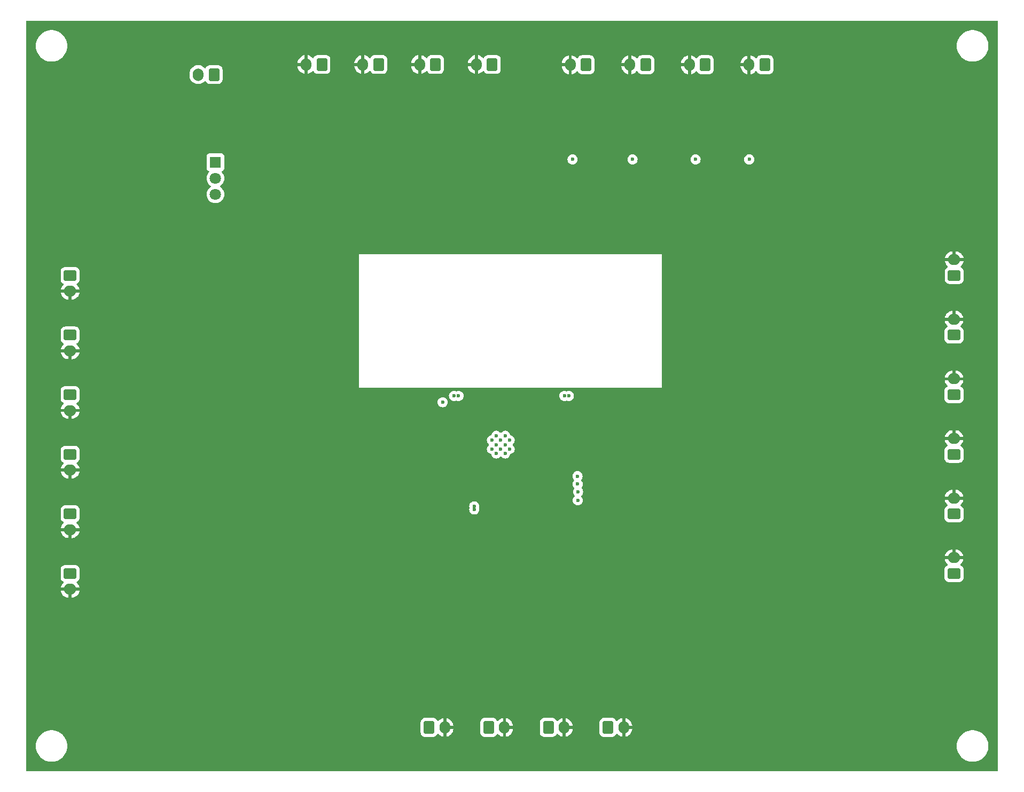
<source format=gbr>
%TF.GenerationSoftware,KiCad,Pcbnew,8.0.3*%
%TF.CreationDate,2024-07-05T07:33:57-06:00*%
%TF.ProjectId,Master of Dungeons,4d617374-6572-4206-9f66-2044756e6765,rev?*%
%TF.SameCoordinates,Original*%
%TF.FileFunction,Copper,L3,Inr*%
%TF.FilePolarity,Positive*%
%FSLAX46Y46*%
G04 Gerber Fmt 4.6, Leading zero omitted, Abs format (unit mm)*
G04 Created by KiCad (PCBNEW 8.0.3) date 2024-07-05 07:33:57*
%MOMM*%
%LPD*%
G01*
G04 APERTURE LIST*
G04 Aperture macros list*
%AMRoundRect*
0 Rectangle with rounded corners*
0 $1 Rounding radius*
0 $2 $3 $4 $5 $6 $7 $8 $9 X,Y pos of 4 corners*
0 Add a 4 corners polygon primitive as box body*
4,1,4,$2,$3,$4,$5,$6,$7,$8,$9,$2,$3,0*
0 Add four circle primitives for the rounded corners*
1,1,$1+$1,$2,$3*
1,1,$1+$1,$4,$5*
1,1,$1+$1,$6,$7*
1,1,$1+$1,$8,$9*
0 Add four rect primitives between the rounded corners*
20,1,$1+$1,$2,$3,$4,$5,0*
20,1,$1+$1,$4,$5,$6,$7,0*
20,1,$1+$1,$6,$7,$8,$9,0*
20,1,$1+$1,$8,$9,$2,$3,0*%
G04 Aperture macros list end*
%TA.AperFunction,ComponentPad*%
%ADD10RoundRect,0.250000X0.750000X-0.600000X0.750000X0.600000X-0.750000X0.600000X-0.750000X-0.600000X0*%
%TD*%
%TA.AperFunction,ComponentPad*%
%ADD11O,2.000000X1.700000*%
%TD*%
%TA.AperFunction,ComponentPad*%
%ADD12RoundRect,0.250000X0.600000X0.750000X-0.600000X0.750000X-0.600000X-0.750000X0.600000X-0.750000X0*%
%TD*%
%TA.AperFunction,ComponentPad*%
%ADD13O,1.700000X2.000000*%
%TD*%
%TA.AperFunction,ComponentPad*%
%ADD14RoundRect,0.250000X-0.750000X0.600000X-0.750000X-0.600000X0.750000X-0.600000X0.750000X0.600000X0*%
%TD*%
%TA.AperFunction,ComponentPad*%
%ADD15RoundRect,0.250000X-0.600000X-0.750000X0.600000X-0.750000X0.600000X0.750000X-0.600000X0.750000X0*%
%TD*%
%TA.AperFunction,ComponentPad*%
%ADD16R,1.800000X1.800000*%
%TD*%
%TA.AperFunction,ComponentPad*%
%ADD17C,1.800000*%
%TD*%
%TA.AperFunction,HeatsinkPad*%
%ADD18C,0.600000*%
%TD*%
%TA.AperFunction,ViaPad*%
%ADD19C,0.600000*%
%TD*%
G04 APERTURE END LIST*
D10*
%TO.N,Net-(D17-A)*%
%TO.C,J23*%
X220050000Y-102700000D03*
D11*
%TO.N,+5V*%
X220050000Y-100200000D03*
%TD*%
D12*
%TO.N,Net-(D1-A)*%
%TO.C,J2*%
X137850000Y-31450000D03*
D13*
%TO.N,+5V*%
X135350000Y-31450000D03*
%TD*%
D12*
%TO.N,Net-(D43-A)*%
%TO.C,J15*%
X190070000Y-31490000D03*
D13*
%TO.N,+5V*%
X187570000Y-31490000D03*
%TD*%
D10*
%TO.N,Net-(D15-A)*%
%TO.C,J22*%
X220050000Y-93250000D03*
D11*
%TO.N,+5V*%
X220050000Y-90750000D03*
%TD*%
D12*
%TO.N,Net-(D6-A)*%
%TO.C,J3*%
X128850000Y-31450000D03*
D13*
%TO.N,+5V*%
X126350000Y-31450000D03*
%TD*%
D14*
%TO.N,Net-(D29-A)*%
%TO.C,J8*%
X79950000Y-93250000D03*
D11*
%TO.N,+5V*%
X79950000Y-95750000D03*
%TD*%
D12*
%TO.N,Net-(D4-A)*%
%TO.C,J4*%
X119850000Y-31450000D03*
D13*
%TO.N,+5V*%
X117350000Y-31450000D03*
%TD*%
D15*
%TO.N,Net-(D41-A)*%
%TO.C,J14*%
X165200000Y-136550000D03*
D13*
%TO.N,+5V*%
X167700000Y-136550000D03*
%TD*%
D10*
%TO.N,Net-(D10-A)*%
%TO.C,J19*%
X220080000Y-64890000D03*
D11*
%TO.N,+5V*%
X220080000Y-62390000D03*
%TD*%
D16*
%TO.N,Net-(J25-Pin_1)*%
%TO.C,U2*%
X102980000Y-46950000D03*
D17*
%TO.N,GND*%
X102980000Y-49490000D03*
%TO.N,Net-(U1-VDD)*%
X102980000Y-52030000D03*
%TD*%
D14*
%TO.N,Net-(D31-A)*%
%TO.C,J9*%
X79950000Y-102700000D03*
D11*
%TO.N,+5V*%
X79950000Y-105200000D03*
%TD*%
D15*
%TO.N,Net-(D37-A)*%
%TO.C,J12*%
X146300000Y-136550000D03*
D13*
%TO.N,+5V*%
X148800000Y-136550000D03*
%TD*%
D12*
%TO.N,Net-(D2-A)*%
%TO.C,J1*%
X146850000Y-31450000D03*
D13*
%TO.N,+5V*%
X144350000Y-31450000D03*
%TD*%
D14*
%TO.N,Net-(D25-A)*%
%TO.C,J6*%
X79950000Y-74350000D03*
D11*
%TO.N,+5V*%
X79950000Y-76850000D03*
%TD*%
D14*
%TO.N,Net-(D27-A)*%
%TO.C,J7*%
X79950000Y-83800000D03*
D11*
%TO.N,+5V*%
X79950000Y-86300000D03*
%TD*%
D10*
%TO.N,Net-(D11-A)*%
%TO.C,J20*%
X220050000Y-74350000D03*
D11*
%TO.N,+5V*%
X220050000Y-71850000D03*
%TD*%
D12*
%TO.N,Net-(D47-A)*%
%TO.C,J17*%
X171170000Y-31490000D03*
D13*
%TO.N,+5V*%
X168670000Y-31490000D03*
%TD*%
D10*
%TO.N,Net-(D19-A)*%
%TO.C,J24*%
X220050000Y-112150000D03*
D11*
%TO.N,+5V*%
X220050000Y-109650000D03*
%TD*%
D15*
%TO.N,Net-(D35-A)*%
%TO.C,J11*%
X136850000Y-136550000D03*
D13*
%TO.N,+5V*%
X139350000Y-136550000D03*
%TD*%
D18*
%TO.N,GND*%
%TO.C,U1*%
X146810000Y-91015000D03*
X146810000Y-92415000D03*
X147510000Y-90315000D03*
X147510000Y-91715000D03*
X147510000Y-93115000D03*
X148185000Y-91015000D03*
X148185000Y-92415000D03*
X148910000Y-90315000D03*
X148910000Y-91715000D03*
X148910000Y-93115000D03*
X149610000Y-91015000D03*
X149610000Y-92415000D03*
%TD*%
D14*
%TO.N,Net-(D23-A)*%
%TO.C,J5*%
X79950000Y-64900000D03*
D11*
%TO.N,+5V*%
X79950000Y-67400000D03*
%TD*%
D12*
%TO.N,Net-(D45-A)*%
%TO.C,J16*%
X180620000Y-31490000D03*
D13*
%TO.N,+5V*%
X178120000Y-31490000D03*
%TD*%
D12*
%TO.N,Net-(D49-A)*%
%TO.C,J18*%
X161720000Y-31490000D03*
D13*
%TO.N,+5V*%
X159220000Y-31490000D03*
%TD*%
D15*
%TO.N,Net-(D39-A)*%
%TO.C,J13*%
X155750000Y-136550000D03*
D13*
%TO.N,+5V*%
X158250000Y-136550000D03*
%TD*%
D14*
%TO.N,Net-(D33-A)*%
%TO.C,J10*%
X79950000Y-112150000D03*
D11*
%TO.N,+5V*%
X79950000Y-114650000D03*
%TD*%
D10*
%TO.N,Net-(D13-A)*%
%TO.C,J21*%
X220050000Y-83800000D03*
D11*
%TO.N,+5V*%
X220050000Y-81300000D03*
%TD*%
D12*
%TO.N,Net-(J25-Pin_1)*%
%TO.C,J25*%
X102750000Y-33050000D03*
D13*
%TO.N,GND*%
X100250000Y-33050000D03*
%TD*%
D19*
%TO.N,GND*%
X158300028Y-83993519D03*
X141500000Y-84000000D03*
X144000000Y-101500000D03*
X144000000Y-102000000D03*
X159000000Y-84000000D03*
X140800028Y-83993519D03*
%TO.N,+5V*%
X215500000Y-72000000D03*
X178500000Y-35500000D03*
X210500000Y-73500000D03*
X145000000Y-35500000D03*
X195000000Y-92500000D03*
X105500000Y-76500000D03*
X188000000Y-50000000D03*
X194500000Y-102000000D03*
X157500000Y-132500000D03*
X127000000Y-38000000D03*
X85500000Y-114500000D03*
X210500000Y-102000000D03*
X85500000Y-76500000D03*
X169000000Y-35500000D03*
X90000000Y-114000000D03*
X118000000Y-38000000D03*
X161500000Y-50000000D03*
X138500000Y-132500000D03*
X138000000Y-50000000D03*
X138000000Y-129500000D03*
X85500000Y-67000000D03*
X126500000Y-35500000D03*
X195000000Y-111500000D03*
X136000000Y-35500000D03*
X187500000Y-35500000D03*
X117500000Y-35500000D03*
X156500000Y-117000000D03*
X215500000Y-81500000D03*
X180500000Y-50000000D03*
X105500000Y-86000000D03*
X167000000Y-129000000D03*
X148000000Y-132500000D03*
X188000000Y-38000000D03*
X147500000Y-129500000D03*
X215500000Y-91000000D03*
X159500000Y-35500000D03*
X85500000Y-86500000D03*
X105500000Y-67000000D03*
X85500000Y-95500000D03*
X215500000Y-63000000D03*
X90000000Y-66500000D03*
X147000000Y-117000000D03*
X145000000Y-38000000D03*
X166000000Y-117000000D03*
X167500000Y-132500000D03*
X137500000Y-117000000D03*
X210500000Y-83000000D03*
X146500000Y-50000000D03*
X105500000Y-95500000D03*
X90000000Y-95000000D03*
X194500000Y-83000000D03*
X105500000Y-105000000D03*
X215500000Y-109500000D03*
X210500000Y-64000000D03*
X195000000Y-74000000D03*
X136500000Y-38000000D03*
X157000000Y-129000000D03*
X90000000Y-76000000D03*
X169500000Y-38000000D03*
X160000000Y-38000000D03*
X179500000Y-38000000D03*
X215500000Y-100500000D03*
X171000000Y-50000000D03*
X90000000Y-104500000D03*
X120000000Y-50000000D03*
X129000000Y-50000000D03*
X105500000Y-114000000D03*
X85500000Y-105000000D03*
X90000000Y-86000000D03*
X210500000Y-92500000D03*
X210500000Y-111000000D03*
X195000000Y-64500000D03*
%TO.N,Net-(U1-VDD)*%
X139000000Y-85000000D03*
%TO.N,TIMER1*%
X187587500Y-46500000D03*
X160420000Y-100540000D03*
%TO.N,TIMER2*%
X179087500Y-46500000D03*
X160450000Y-99210000D03*
%TO.N,TIMER3*%
X169087500Y-46500000D03*
X160400000Y-97980000D03*
%TO.N,TIMER4*%
X159587500Y-46500000D03*
X160370000Y-96720000D03*
%TD*%
%TA.AperFunction,Conductor*%
%TO.N,+5V*%
G36*
X226943039Y-24519685D02*
G01*
X226988794Y-24572489D01*
X227000000Y-24624000D01*
X227000000Y-143376000D01*
X226980315Y-143443039D01*
X226927511Y-143488794D01*
X226876000Y-143500000D01*
X73124000Y-143500000D01*
X73056961Y-143480315D01*
X73011206Y-143427511D01*
X73000000Y-143376000D01*
X73000000Y-139499994D01*
X74494556Y-139499994D01*
X74494556Y-139500005D01*
X74514310Y-139814004D01*
X74514311Y-139814011D01*
X74573270Y-140123083D01*
X74670497Y-140422316D01*
X74670499Y-140422321D01*
X74804461Y-140707003D01*
X74804464Y-140707009D01*
X74973051Y-140972661D01*
X74973054Y-140972665D01*
X75173606Y-141215090D01*
X75173608Y-141215092D01*
X75402968Y-141430476D01*
X75402978Y-141430484D01*
X75657504Y-141615408D01*
X75657509Y-141615410D01*
X75657516Y-141615416D01*
X75933234Y-141766994D01*
X75933239Y-141766996D01*
X75933241Y-141766997D01*
X75933242Y-141766998D01*
X76225771Y-141882818D01*
X76225774Y-141882819D01*
X76530523Y-141961065D01*
X76530527Y-141961066D01*
X76596010Y-141969338D01*
X76842670Y-142000499D01*
X76842679Y-142000499D01*
X76842682Y-142000500D01*
X76842684Y-142000500D01*
X77157316Y-142000500D01*
X77157318Y-142000500D01*
X77157321Y-142000499D01*
X77157329Y-142000499D01*
X77343593Y-141976968D01*
X77469473Y-141961066D01*
X77774225Y-141882819D01*
X77774228Y-141882818D01*
X78066757Y-141766998D01*
X78066758Y-141766997D01*
X78066756Y-141766997D01*
X78066766Y-141766994D01*
X78342484Y-141615416D01*
X78597030Y-141430478D01*
X78826390Y-141215094D01*
X79026947Y-140972663D01*
X79195537Y-140707007D01*
X79329503Y-140422315D01*
X79426731Y-140123079D01*
X79485688Y-139814015D01*
X79505444Y-139500000D01*
X79505444Y-139499994D01*
X220494556Y-139499994D01*
X220494556Y-139500005D01*
X220514310Y-139814004D01*
X220514311Y-139814011D01*
X220573270Y-140123083D01*
X220670497Y-140422316D01*
X220670499Y-140422321D01*
X220804461Y-140707003D01*
X220804464Y-140707009D01*
X220973051Y-140972661D01*
X220973054Y-140972665D01*
X221173606Y-141215090D01*
X221173608Y-141215092D01*
X221402968Y-141430476D01*
X221402978Y-141430484D01*
X221657504Y-141615408D01*
X221657509Y-141615410D01*
X221657516Y-141615416D01*
X221933234Y-141766994D01*
X221933239Y-141766996D01*
X221933241Y-141766997D01*
X221933242Y-141766998D01*
X222225771Y-141882818D01*
X222225774Y-141882819D01*
X222530523Y-141961065D01*
X222530527Y-141961066D01*
X222596010Y-141969338D01*
X222842670Y-142000499D01*
X222842679Y-142000499D01*
X222842682Y-142000500D01*
X222842684Y-142000500D01*
X223157316Y-142000500D01*
X223157318Y-142000500D01*
X223157321Y-142000499D01*
X223157329Y-142000499D01*
X223343593Y-141976968D01*
X223469473Y-141961066D01*
X223774225Y-141882819D01*
X223774228Y-141882818D01*
X224066757Y-141766998D01*
X224066758Y-141766997D01*
X224066756Y-141766997D01*
X224066766Y-141766994D01*
X224342484Y-141615416D01*
X224597030Y-141430478D01*
X224826390Y-141215094D01*
X225026947Y-140972663D01*
X225195537Y-140707007D01*
X225329503Y-140422315D01*
X225426731Y-140123079D01*
X225485688Y-139814015D01*
X225505444Y-139500000D01*
X225489916Y-139253190D01*
X225485689Y-139185995D01*
X225485688Y-139185988D01*
X225485688Y-139185985D01*
X225426731Y-138876921D01*
X225329503Y-138577685D01*
X225195537Y-138292993D01*
X225041646Y-138050499D01*
X225026948Y-138027338D01*
X225026945Y-138027334D01*
X224826393Y-137784909D01*
X224826391Y-137784907D01*
X224809086Y-137768656D01*
X224597030Y-137569522D01*
X224597027Y-137569520D01*
X224597021Y-137569515D01*
X224342495Y-137384591D01*
X224342488Y-137384586D01*
X224342484Y-137384584D01*
X224066766Y-137233006D01*
X224066763Y-137233004D01*
X224066758Y-137233002D01*
X224066757Y-137233001D01*
X223774228Y-137117181D01*
X223774225Y-137117180D01*
X223469476Y-137038934D01*
X223469463Y-137038932D01*
X223157329Y-136999500D01*
X223157318Y-136999500D01*
X222842682Y-136999500D01*
X222842670Y-136999500D01*
X222530536Y-137038932D01*
X222530523Y-137038934D01*
X222225774Y-137117180D01*
X222225771Y-137117181D01*
X221933242Y-137233001D01*
X221933241Y-137233002D01*
X221657516Y-137384584D01*
X221657504Y-137384591D01*
X221402978Y-137569515D01*
X221402968Y-137569523D01*
X221173608Y-137784907D01*
X221173606Y-137784909D01*
X220973054Y-138027334D01*
X220973051Y-138027338D01*
X220804464Y-138292990D01*
X220804461Y-138292996D01*
X220670499Y-138577678D01*
X220670497Y-138577683D01*
X220573270Y-138876916D01*
X220514311Y-139185988D01*
X220514310Y-139185995D01*
X220494556Y-139499994D01*
X79505444Y-139499994D01*
X79489916Y-139253190D01*
X79485689Y-139185995D01*
X79485688Y-139185988D01*
X79485688Y-139185985D01*
X79426731Y-138876921D01*
X79329503Y-138577685D01*
X79195537Y-138292993D01*
X79041646Y-138050499D01*
X79026948Y-138027338D01*
X79026945Y-138027334D01*
X78826393Y-137784909D01*
X78826391Y-137784907D01*
X78809086Y-137768656D01*
X78597030Y-137569522D01*
X78597027Y-137569520D01*
X78597021Y-137569515D01*
X78342495Y-137384591D01*
X78342488Y-137384586D01*
X78342484Y-137384584D01*
X78066766Y-137233006D01*
X78066763Y-137233004D01*
X78066758Y-137233002D01*
X78066757Y-137233001D01*
X77774228Y-137117181D01*
X77774225Y-137117180D01*
X77469476Y-137038934D01*
X77469463Y-137038932D01*
X77157329Y-136999500D01*
X77157318Y-136999500D01*
X76842682Y-136999500D01*
X76842670Y-136999500D01*
X76530536Y-137038932D01*
X76530523Y-137038934D01*
X76225774Y-137117180D01*
X76225771Y-137117181D01*
X75933242Y-137233001D01*
X75933241Y-137233002D01*
X75657516Y-137384584D01*
X75657504Y-137384591D01*
X75402978Y-137569515D01*
X75402968Y-137569523D01*
X75173608Y-137784907D01*
X75173606Y-137784909D01*
X74973054Y-138027334D01*
X74973051Y-138027338D01*
X74804464Y-138292990D01*
X74804461Y-138292996D01*
X74670499Y-138577678D01*
X74670497Y-138577683D01*
X74573270Y-138876916D01*
X74514311Y-139185988D01*
X74514310Y-139185995D01*
X74494556Y-139499994D01*
X73000000Y-139499994D01*
X73000000Y-135749983D01*
X135499500Y-135749983D01*
X135499500Y-137350001D01*
X135499501Y-137350018D01*
X135510000Y-137452796D01*
X135510001Y-137452799D01*
X135548680Y-137569522D01*
X135565186Y-137619334D01*
X135657288Y-137768656D01*
X135781344Y-137892712D01*
X135930666Y-137984814D01*
X136097203Y-138039999D01*
X136199991Y-138050500D01*
X137500008Y-138050499D01*
X137602797Y-138039999D01*
X137769334Y-137984814D01*
X137918656Y-137892712D01*
X138042712Y-137768656D01*
X138134814Y-137619334D01*
X138134814Y-137619331D01*
X138138448Y-137613441D01*
X138190395Y-137566716D01*
X138259358Y-137555493D01*
X138323440Y-137583336D01*
X138331668Y-137590856D01*
X138470535Y-137729723D01*
X138470540Y-137729727D01*
X138642442Y-137854620D01*
X138831782Y-137951095D01*
X139033871Y-138016757D01*
X139100000Y-138027231D01*
X139100000Y-136983012D01*
X139157007Y-137015925D01*
X139284174Y-137050000D01*
X139415826Y-137050000D01*
X139542993Y-137015925D01*
X139600000Y-136983012D01*
X139600000Y-138027230D01*
X139666126Y-138016757D01*
X139666129Y-138016757D01*
X139868217Y-137951095D01*
X140057557Y-137854620D01*
X140229459Y-137729727D01*
X140229464Y-137729723D01*
X140379723Y-137579464D01*
X140379727Y-137579459D01*
X140504620Y-137407557D01*
X140601095Y-137218217D01*
X140666757Y-137016130D01*
X140666757Y-137016127D01*
X140700000Y-136806246D01*
X140700000Y-136800000D01*
X139783012Y-136800000D01*
X139815925Y-136742993D01*
X139850000Y-136615826D01*
X139850000Y-136484174D01*
X139815925Y-136357007D01*
X139783012Y-136300000D01*
X140700000Y-136300000D01*
X140700000Y-136293753D01*
X140666757Y-136083872D01*
X140666757Y-136083869D01*
X140601095Y-135881782D01*
X140533939Y-135749983D01*
X144949500Y-135749983D01*
X144949500Y-137350001D01*
X144949501Y-137350018D01*
X144960000Y-137452796D01*
X144960001Y-137452799D01*
X144998680Y-137569522D01*
X145015186Y-137619334D01*
X145107288Y-137768656D01*
X145231344Y-137892712D01*
X145380666Y-137984814D01*
X145547203Y-138039999D01*
X145649991Y-138050500D01*
X146950008Y-138050499D01*
X147052797Y-138039999D01*
X147219334Y-137984814D01*
X147368656Y-137892712D01*
X147492712Y-137768656D01*
X147584814Y-137619334D01*
X147584814Y-137619331D01*
X147588448Y-137613441D01*
X147640395Y-137566716D01*
X147709358Y-137555493D01*
X147773440Y-137583336D01*
X147781668Y-137590856D01*
X147920535Y-137729723D01*
X147920540Y-137729727D01*
X148092442Y-137854620D01*
X148281782Y-137951095D01*
X148483871Y-138016757D01*
X148550000Y-138027231D01*
X148550000Y-136983012D01*
X148607007Y-137015925D01*
X148734174Y-137050000D01*
X148865826Y-137050000D01*
X148992993Y-137015925D01*
X149050000Y-136983012D01*
X149050000Y-138027231D01*
X149116126Y-138016757D01*
X149116129Y-138016757D01*
X149318217Y-137951095D01*
X149507557Y-137854620D01*
X149679459Y-137729727D01*
X149679464Y-137729723D01*
X149829723Y-137579464D01*
X149829727Y-137579459D01*
X149954620Y-137407557D01*
X150051095Y-137218217D01*
X150116757Y-137016130D01*
X150116757Y-137016127D01*
X150150000Y-136806246D01*
X150150000Y-136800000D01*
X149233012Y-136800000D01*
X149265925Y-136742993D01*
X149300000Y-136615826D01*
X149300000Y-136484174D01*
X149265925Y-136357007D01*
X149233012Y-136300000D01*
X150150000Y-136300000D01*
X150150000Y-136293753D01*
X150116757Y-136083872D01*
X150116757Y-136083869D01*
X150051095Y-135881782D01*
X149983939Y-135749983D01*
X154399500Y-135749983D01*
X154399500Y-137350001D01*
X154399501Y-137350018D01*
X154410000Y-137452796D01*
X154410001Y-137452799D01*
X154448680Y-137569522D01*
X154465186Y-137619334D01*
X154557288Y-137768656D01*
X154681344Y-137892712D01*
X154830666Y-137984814D01*
X154997203Y-138039999D01*
X155099991Y-138050500D01*
X156400008Y-138050499D01*
X156502797Y-138039999D01*
X156669334Y-137984814D01*
X156818656Y-137892712D01*
X156942712Y-137768656D01*
X157034814Y-137619334D01*
X157034814Y-137619331D01*
X157038448Y-137613441D01*
X157090395Y-137566716D01*
X157159358Y-137555493D01*
X157223440Y-137583336D01*
X157231668Y-137590856D01*
X157370535Y-137729723D01*
X157370540Y-137729727D01*
X157542442Y-137854620D01*
X157731782Y-137951095D01*
X157933871Y-138016757D01*
X158000000Y-138027231D01*
X158000000Y-136983012D01*
X158057007Y-137015925D01*
X158184174Y-137050000D01*
X158315826Y-137050000D01*
X158442993Y-137015925D01*
X158500000Y-136983012D01*
X158500000Y-138027230D01*
X158566126Y-138016757D01*
X158566129Y-138016757D01*
X158768217Y-137951095D01*
X158957557Y-137854620D01*
X159129459Y-137729727D01*
X159129464Y-137729723D01*
X159279723Y-137579464D01*
X159279727Y-137579459D01*
X159404620Y-137407557D01*
X159501095Y-137218217D01*
X159566757Y-137016130D01*
X159566757Y-137016127D01*
X159600000Y-136806246D01*
X159600000Y-136800000D01*
X158683012Y-136800000D01*
X158715925Y-136742993D01*
X158750000Y-136615826D01*
X158750000Y-136484174D01*
X158715925Y-136357007D01*
X158683012Y-136300000D01*
X159600000Y-136300000D01*
X159600000Y-136293753D01*
X159566757Y-136083872D01*
X159566757Y-136083869D01*
X159501095Y-135881782D01*
X159433939Y-135749983D01*
X163849500Y-135749983D01*
X163849500Y-137350001D01*
X163849501Y-137350018D01*
X163860000Y-137452796D01*
X163860001Y-137452799D01*
X163898680Y-137569522D01*
X163915186Y-137619334D01*
X164007288Y-137768656D01*
X164131344Y-137892712D01*
X164280666Y-137984814D01*
X164447203Y-138039999D01*
X164549991Y-138050500D01*
X165850008Y-138050499D01*
X165952797Y-138039999D01*
X166119334Y-137984814D01*
X166268656Y-137892712D01*
X166392712Y-137768656D01*
X166484814Y-137619334D01*
X166484814Y-137619331D01*
X166488448Y-137613441D01*
X166540395Y-137566716D01*
X166609358Y-137555493D01*
X166673440Y-137583336D01*
X166681668Y-137590856D01*
X166820535Y-137729723D01*
X166820540Y-137729727D01*
X166992442Y-137854620D01*
X167181782Y-137951095D01*
X167383871Y-138016757D01*
X167450000Y-138027231D01*
X167450000Y-136983012D01*
X167507007Y-137015925D01*
X167634174Y-137050000D01*
X167765826Y-137050000D01*
X167892993Y-137015925D01*
X167950000Y-136983012D01*
X167950000Y-138027230D01*
X168016126Y-138016757D01*
X168016129Y-138016757D01*
X168218217Y-137951095D01*
X168407557Y-137854620D01*
X168579459Y-137729727D01*
X168579464Y-137729723D01*
X168729723Y-137579464D01*
X168729727Y-137579459D01*
X168854620Y-137407557D01*
X168951095Y-137218217D01*
X169016757Y-137016130D01*
X169016757Y-137016127D01*
X169050000Y-136806246D01*
X169050000Y-136800000D01*
X168133012Y-136800000D01*
X168165925Y-136742993D01*
X168200000Y-136615826D01*
X168200000Y-136484174D01*
X168165925Y-136357007D01*
X168133012Y-136300000D01*
X169050000Y-136300000D01*
X169050000Y-136293753D01*
X169016757Y-136083872D01*
X169016757Y-136083869D01*
X168951095Y-135881782D01*
X168854620Y-135692442D01*
X168729727Y-135520540D01*
X168729723Y-135520535D01*
X168579464Y-135370276D01*
X168579459Y-135370272D01*
X168407557Y-135245379D01*
X168218215Y-135148903D01*
X168016124Y-135083241D01*
X167950000Y-135072768D01*
X167950000Y-136116988D01*
X167892993Y-136084075D01*
X167765826Y-136050000D01*
X167634174Y-136050000D01*
X167507007Y-136084075D01*
X167450000Y-136116988D01*
X167450000Y-135072768D01*
X167449999Y-135072768D01*
X167383875Y-135083241D01*
X167181784Y-135148903D01*
X166992442Y-135245379D01*
X166820541Y-135370271D01*
X166681668Y-135509144D01*
X166620345Y-135542628D01*
X166550653Y-135537644D01*
X166494720Y-135495772D01*
X166488448Y-135486558D01*
X166392712Y-135331344D01*
X166268657Y-135207289D01*
X166268656Y-135207288D01*
X166119334Y-135115186D01*
X165952797Y-135060001D01*
X165952795Y-135060000D01*
X165850010Y-135049500D01*
X164549998Y-135049500D01*
X164549981Y-135049501D01*
X164447203Y-135060000D01*
X164447200Y-135060001D01*
X164280668Y-135115185D01*
X164280663Y-135115187D01*
X164131342Y-135207289D01*
X164007289Y-135331342D01*
X163915187Y-135480663D01*
X163915185Y-135480668D01*
X163910180Y-135495772D01*
X163860001Y-135647203D01*
X163860001Y-135647204D01*
X163860000Y-135647204D01*
X163849500Y-135749983D01*
X159433939Y-135749983D01*
X159404620Y-135692442D01*
X159279727Y-135520540D01*
X159279723Y-135520535D01*
X159129464Y-135370276D01*
X159129459Y-135370272D01*
X158957557Y-135245379D01*
X158768215Y-135148903D01*
X158566124Y-135083241D01*
X158500000Y-135072768D01*
X158500000Y-136116988D01*
X158442993Y-136084075D01*
X158315826Y-136050000D01*
X158184174Y-136050000D01*
X158057007Y-136084075D01*
X158000000Y-136116988D01*
X158000000Y-135072768D01*
X157999999Y-135072768D01*
X157933875Y-135083241D01*
X157731784Y-135148903D01*
X157542442Y-135245379D01*
X157370541Y-135370271D01*
X157231668Y-135509144D01*
X157170345Y-135542628D01*
X157100653Y-135537644D01*
X157044720Y-135495772D01*
X157038448Y-135486558D01*
X156942712Y-135331344D01*
X156818657Y-135207289D01*
X156818656Y-135207288D01*
X156669334Y-135115186D01*
X156502797Y-135060001D01*
X156502795Y-135060000D01*
X156400010Y-135049500D01*
X155099998Y-135049500D01*
X155099981Y-135049501D01*
X154997203Y-135060000D01*
X154997200Y-135060001D01*
X154830668Y-135115185D01*
X154830663Y-135115187D01*
X154681342Y-135207289D01*
X154557289Y-135331342D01*
X154465187Y-135480663D01*
X154465185Y-135480668D01*
X154460180Y-135495772D01*
X154410001Y-135647203D01*
X154410001Y-135647204D01*
X154410000Y-135647204D01*
X154399500Y-135749983D01*
X149983939Y-135749983D01*
X149954620Y-135692442D01*
X149829727Y-135520540D01*
X149829723Y-135520535D01*
X149679464Y-135370276D01*
X149679459Y-135370272D01*
X149507557Y-135245379D01*
X149318215Y-135148903D01*
X149116124Y-135083241D01*
X149050000Y-135072768D01*
X149050000Y-136116988D01*
X148992993Y-136084075D01*
X148865826Y-136050000D01*
X148734174Y-136050000D01*
X148607007Y-136084075D01*
X148550000Y-136116988D01*
X148550000Y-135072768D01*
X148549999Y-135072768D01*
X148483875Y-135083241D01*
X148281784Y-135148903D01*
X148092442Y-135245379D01*
X147920541Y-135370271D01*
X147781668Y-135509144D01*
X147720345Y-135542628D01*
X147650653Y-135537644D01*
X147594720Y-135495772D01*
X147588448Y-135486558D01*
X147492712Y-135331344D01*
X147368657Y-135207289D01*
X147368656Y-135207288D01*
X147219334Y-135115186D01*
X147052797Y-135060001D01*
X147052795Y-135060000D01*
X146950010Y-135049500D01*
X145649998Y-135049500D01*
X145649981Y-135049501D01*
X145547203Y-135060000D01*
X145547200Y-135060001D01*
X145380668Y-135115185D01*
X145380663Y-135115187D01*
X145231342Y-135207289D01*
X145107289Y-135331342D01*
X145015187Y-135480663D01*
X145015185Y-135480668D01*
X145010180Y-135495772D01*
X144960001Y-135647203D01*
X144960001Y-135647204D01*
X144960000Y-135647204D01*
X144949500Y-135749983D01*
X140533939Y-135749983D01*
X140504620Y-135692442D01*
X140379727Y-135520540D01*
X140379723Y-135520535D01*
X140229464Y-135370276D01*
X140229459Y-135370272D01*
X140057557Y-135245379D01*
X139868215Y-135148903D01*
X139666124Y-135083241D01*
X139600000Y-135072768D01*
X139600000Y-136116988D01*
X139542993Y-136084075D01*
X139415826Y-136050000D01*
X139284174Y-136050000D01*
X139157007Y-136084075D01*
X139100000Y-136116988D01*
X139100000Y-135072768D01*
X139099999Y-135072768D01*
X139033875Y-135083241D01*
X138831784Y-135148903D01*
X138642442Y-135245379D01*
X138470541Y-135370271D01*
X138331668Y-135509144D01*
X138270345Y-135542628D01*
X138200653Y-135537644D01*
X138144720Y-135495772D01*
X138138448Y-135486558D01*
X138042712Y-135331344D01*
X137918657Y-135207289D01*
X137918656Y-135207288D01*
X137769334Y-135115186D01*
X137602797Y-135060001D01*
X137602795Y-135060000D01*
X137500010Y-135049500D01*
X136199998Y-135049500D01*
X136199981Y-135049501D01*
X136097203Y-135060000D01*
X136097200Y-135060001D01*
X135930668Y-135115185D01*
X135930663Y-135115187D01*
X135781342Y-135207289D01*
X135657289Y-135331342D01*
X135565187Y-135480663D01*
X135565185Y-135480668D01*
X135560180Y-135495772D01*
X135510001Y-135647203D01*
X135510001Y-135647204D01*
X135510000Y-135647204D01*
X135499500Y-135749983D01*
X73000000Y-135749983D01*
X73000000Y-111499983D01*
X78449500Y-111499983D01*
X78449500Y-112800001D01*
X78449501Y-112800018D01*
X78460000Y-112902796D01*
X78460001Y-112902799D01*
X78515185Y-113069331D01*
X78515187Y-113069336D01*
X78607289Y-113218657D01*
X78731344Y-113342712D01*
X78886558Y-113438448D01*
X78933283Y-113490396D01*
X78944506Y-113559358D01*
X78916663Y-113623441D01*
X78909144Y-113631668D01*
X78770271Y-113770541D01*
X78645379Y-113942442D01*
X78548904Y-114131782D01*
X78483242Y-114333870D01*
X78483242Y-114333873D01*
X78472769Y-114400000D01*
X79516988Y-114400000D01*
X79484075Y-114457007D01*
X79450000Y-114584174D01*
X79450000Y-114715826D01*
X79484075Y-114842993D01*
X79516988Y-114900000D01*
X78472769Y-114900000D01*
X78483242Y-114966126D01*
X78483242Y-114966129D01*
X78548904Y-115168217D01*
X78645379Y-115357557D01*
X78770272Y-115529459D01*
X78770276Y-115529464D01*
X78920535Y-115679723D01*
X78920540Y-115679727D01*
X79092442Y-115804620D01*
X79281782Y-115901095D01*
X79483870Y-115966757D01*
X79693754Y-116000000D01*
X79700000Y-116000000D01*
X79700000Y-115083012D01*
X79757007Y-115115925D01*
X79884174Y-115150000D01*
X80015826Y-115150000D01*
X80142993Y-115115925D01*
X80200000Y-115083012D01*
X80200000Y-116000000D01*
X80206246Y-116000000D01*
X80416127Y-115966757D01*
X80416130Y-115966757D01*
X80618217Y-115901095D01*
X80807557Y-115804620D01*
X80979459Y-115679727D01*
X80979464Y-115679723D01*
X81129723Y-115529464D01*
X81129727Y-115529459D01*
X81254620Y-115357557D01*
X81351095Y-115168217D01*
X81416757Y-114966129D01*
X81416757Y-114966126D01*
X81427231Y-114900000D01*
X80383012Y-114900000D01*
X80415925Y-114842993D01*
X80450000Y-114715826D01*
X80450000Y-114584174D01*
X80415925Y-114457007D01*
X80383012Y-114400000D01*
X81427231Y-114400000D01*
X81416757Y-114333873D01*
X81416757Y-114333870D01*
X81351095Y-114131782D01*
X81254620Y-113942442D01*
X81129727Y-113770540D01*
X81129723Y-113770535D01*
X80990856Y-113631668D01*
X80957371Y-113570345D01*
X80962355Y-113500653D01*
X81004227Y-113444720D01*
X81013441Y-113438448D01*
X81019331Y-113434814D01*
X81019334Y-113434814D01*
X81168656Y-113342712D01*
X81292712Y-113218656D01*
X81384814Y-113069334D01*
X81439999Y-112902797D01*
X81450500Y-112800009D01*
X81450499Y-111499992D01*
X81450498Y-111499983D01*
X218549500Y-111499983D01*
X218549500Y-112800001D01*
X218549501Y-112800018D01*
X218560000Y-112902796D01*
X218560001Y-112902799D01*
X218615185Y-113069331D01*
X218615186Y-113069334D01*
X218707288Y-113218656D01*
X218831344Y-113342712D01*
X218980666Y-113434814D01*
X219147203Y-113489999D01*
X219249991Y-113500500D01*
X220850008Y-113500499D01*
X220952797Y-113489999D01*
X221119334Y-113434814D01*
X221268656Y-113342712D01*
X221392712Y-113218656D01*
X221484814Y-113069334D01*
X221539999Y-112902797D01*
X221550500Y-112800009D01*
X221550499Y-111499992D01*
X221539999Y-111397203D01*
X221484814Y-111230666D01*
X221392712Y-111081344D01*
X221268656Y-110957288D01*
X221119334Y-110865186D01*
X221119332Y-110865185D01*
X221113440Y-110861551D01*
X221066716Y-110809603D01*
X221055493Y-110740641D01*
X221083337Y-110676558D01*
X221090856Y-110668330D01*
X221229728Y-110529458D01*
X221354620Y-110357557D01*
X221451095Y-110168217D01*
X221516757Y-109966129D01*
X221516757Y-109966126D01*
X221527231Y-109900000D01*
X220483012Y-109900000D01*
X220515925Y-109842993D01*
X220550000Y-109715826D01*
X220550000Y-109584174D01*
X220515925Y-109457007D01*
X220483012Y-109400000D01*
X221527231Y-109400000D01*
X221516757Y-109333873D01*
X221516757Y-109333870D01*
X221451095Y-109131782D01*
X221354620Y-108942442D01*
X221229727Y-108770540D01*
X221229723Y-108770535D01*
X221079464Y-108620276D01*
X221079459Y-108620272D01*
X220907557Y-108495379D01*
X220718217Y-108398904D01*
X220516129Y-108333242D01*
X220306246Y-108300000D01*
X220300000Y-108300000D01*
X220300000Y-109216988D01*
X220242993Y-109184075D01*
X220115826Y-109150000D01*
X219984174Y-109150000D01*
X219857007Y-109184075D01*
X219800000Y-109216988D01*
X219800000Y-108300000D01*
X219793754Y-108300000D01*
X219583872Y-108333242D01*
X219583869Y-108333242D01*
X219381782Y-108398904D01*
X219192442Y-108495379D01*
X219020540Y-108620272D01*
X219020535Y-108620276D01*
X218870276Y-108770535D01*
X218870272Y-108770540D01*
X218745379Y-108942442D01*
X218648904Y-109131782D01*
X218583242Y-109333870D01*
X218583242Y-109333873D01*
X218572769Y-109400000D01*
X219616988Y-109400000D01*
X219584075Y-109457007D01*
X219550000Y-109584174D01*
X219550000Y-109715826D01*
X219584075Y-109842993D01*
X219616988Y-109900000D01*
X218572769Y-109900000D01*
X218583242Y-109966126D01*
X218583242Y-109966129D01*
X218648904Y-110168217D01*
X218745379Y-110357557D01*
X218870272Y-110529459D01*
X218870276Y-110529464D01*
X219009143Y-110668331D01*
X219042628Y-110729654D01*
X219037644Y-110799346D01*
X218995772Y-110855279D01*
X218986559Y-110861551D01*
X218831342Y-110957289D01*
X218707289Y-111081342D01*
X218615187Y-111230663D01*
X218615186Y-111230666D01*
X218560001Y-111397203D01*
X218560001Y-111397204D01*
X218560000Y-111397204D01*
X218549500Y-111499983D01*
X81450498Y-111499983D01*
X81439999Y-111397203D01*
X81384814Y-111230666D01*
X81292712Y-111081344D01*
X81168656Y-110957288D01*
X81019334Y-110865186D01*
X80852797Y-110810001D01*
X80852795Y-110810000D01*
X80750010Y-110799500D01*
X79149998Y-110799500D01*
X79149981Y-110799501D01*
X79047203Y-110810000D01*
X79047200Y-110810001D01*
X78880668Y-110865185D01*
X78880663Y-110865187D01*
X78731342Y-110957289D01*
X78607289Y-111081342D01*
X78515187Y-111230663D01*
X78515186Y-111230666D01*
X78460001Y-111397203D01*
X78460001Y-111397204D01*
X78460000Y-111397204D01*
X78449500Y-111499983D01*
X73000000Y-111499983D01*
X73000000Y-102049983D01*
X78449500Y-102049983D01*
X78449500Y-103350001D01*
X78449501Y-103350018D01*
X78460000Y-103452796D01*
X78460001Y-103452799D01*
X78515185Y-103619331D01*
X78515187Y-103619336D01*
X78607289Y-103768657D01*
X78731344Y-103892712D01*
X78886558Y-103988448D01*
X78933283Y-104040396D01*
X78944506Y-104109358D01*
X78916663Y-104173441D01*
X78909144Y-104181668D01*
X78770271Y-104320541D01*
X78645379Y-104492442D01*
X78548904Y-104681782D01*
X78483242Y-104883870D01*
X78483242Y-104883873D01*
X78472769Y-104950000D01*
X79516988Y-104950000D01*
X79484075Y-105007007D01*
X79450000Y-105134174D01*
X79450000Y-105265826D01*
X79484075Y-105392993D01*
X79516988Y-105450000D01*
X78472769Y-105450000D01*
X78483242Y-105516126D01*
X78483242Y-105516129D01*
X78548904Y-105718217D01*
X78645379Y-105907557D01*
X78770272Y-106079459D01*
X78770276Y-106079464D01*
X78920535Y-106229723D01*
X78920540Y-106229727D01*
X79092442Y-106354620D01*
X79281782Y-106451095D01*
X79483870Y-106516757D01*
X79693754Y-106550000D01*
X79700000Y-106550000D01*
X79700000Y-105633012D01*
X79757007Y-105665925D01*
X79884174Y-105700000D01*
X80015826Y-105700000D01*
X80142993Y-105665925D01*
X80200000Y-105633012D01*
X80200000Y-106550000D01*
X80206246Y-106550000D01*
X80416127Y-106516757D01*
X80416130Y-106516757D01*
X80618217Y-106451095D01*
X80807557Y-106354620D01*
X80979459Y-106229727D01*
X80979464Y-106229723D01*
X81129723Y-106079464D01*
X81129727Y-106079459D01*
X81254620Y-105907557D01*
X81351095Y-105718217D01*
X81416757Y-105516129D01*
X81416757Y-105516126D01*
X81427231Y-105450000D01*
X80383012Y-105450000D01*
X80415925Y-105392993D01*
X80450000Y-105265826D01*
X80450000Y-105134174D01*
X80415925Y-105007007D01*
X80383012Y-104950000D01*
X81427231Y-104950000D01*
X81416757Y-104883873D01*
X81416757Y-104883870D01*
X81351095Y-104681782D01*
X81254620Y-104492442D01*
X81129727Y-104320540D01*
X81129723Y-104320535D01*
X80990856Y-104181668D01*
X80957371Y-104120345D01*
X80962355Y-104050653D01*
X81004227Y-103994720D01*
X81013441Y-103988448D01*
X81019331Y-103984814D01*
X81019334Y-103984814D01*
X81168656Y-103892712D01*
X81292712Y-103768656D01*
X81384814Y-103619334D01*
X81439999Y-103452797D01*
X81450500Y-103350009D01*
X81450499Y-102049992D01*
X81439999Y-101947203D01*
X81384814Y-101780666D01*
X81292712Y-101631344D01*
X81168656Y-101507288D01*
X81156834Y-101499996D01*
X143194435Y-101499996D01*
X143194435Y-101500003D01*
X143214631Y-101679253D01*
X143225056Y-101709049D01*
X143228615Y-101778828D01*
X143225056Y-101790951D01*
X143214631Y-101820746D01*
X143194435Y-101999996D01*
X143194435Y-102000003D01*
X143214630Y-102179249D01*
X143214631Y-102179254D01*
X143274211Y-102349523D01*
X143370184Y-102502262D01*
X143497738Y-102629816D01*
X143650478Y-102725789D01*
X143820745Y-102785368D01*
X143820750Y-102785369D01*
X143999996Y-102805565D01*
X144000000Y-102805565D01*
X144000004Y-102805565D01*
X144179249Y-102785369D01*
X144179252Y-102785368D01*
X144179255Y-102785368D01*
X144349522Y-102725789D01*
X144502262Y-102629816D01*
X144629816Y-102502262D01*
X144725789Y-102349522D01*
X144785368Y-102179255D01*
X144799932Y-102049998D01*
X144799934Y-102049983D01*
X218549500Y-102049983D01*
X218549500Y-103350001D01*
X218549501Y-103350018D01*
X218560000Y-103452796D01*
X218560001Y-103452799D01*
X218615185Y-103619331D01*
X218615186Y-103619334D01*
X218707288Y-103768656D01*
X218831344Y-103892712D01*
X218980666Y-103984814D01*
X219147203Y-104039999D01*
X219249991Y-104050500D01*
X220850008Y-104050499D01*
X220952797Y-104039999D01*
X221119334Y-103984814D01*
X221268656Y-103892712D01*
X221392712Y-103768656D01*
X221484814Y-103619334D01*
X221539999Y-103452797D01*
X221550500Y-103350009D01*
X221550499Y-102049992D01*
X221539999Y-101947203D01*
X221484814Y-101780666D01*
X221392712Y-101631344D01*
X221268656Y-101507288D01*
X221119334Y-101415186D01*
X221119332Y-101415185D01*
X221113440Y-101411551D01*
X221066716Y-101359603D01*
X221055493Y-101290641D01*
X221083337Y-101226558D01*
X221090856Y-101218330D01*
X221229728Y-101079458D01*
X221354620Y-100907557D01*
X221451095Y-100718217D01*
X221516757Y-100516129D01*
X221516757Y-100516126D01*
X221527231Y-100450000D01*
X220483012Y-100450000D01*
X220515925Y-100392993D01*
X220550000Y-100265826D01*
X220550000Y-100134174D01*
X220515925Y-100007007D01*
X220483012Y-99950000D01*
X221527231Y-99950000D01*
X221516757Y-99883873D01*
X221516757Y-99883870D01*
X221451095Y-99681782D01*
X221354620Y-99492442D01*
X221229727Y-99320540D01*
X221229723Y-99320535D01*
X221079464Y-99170276D01*
X221079459Y-99170272D01*
X220907557Y-99045379D01*
X220718217Y-98948904D01*
X220516129Y-98883242D01*
X220306246Y-98850000D01*
X220300000Y-98850000D01*
X220300000Y-99766988D01*
X220242993Y-99734075D01*
X220115826Y-99700000D01*
X219984174Y-99700000D01*
X219857007Y-99734075D01*
X219800000Y-99766988D01*
X219800000Y-98850000D01*
X219793754Y-98850000D01*
X219583872Y-98883242D01*
X219583869Y-98883242D01*
X219381782Y-98948904D01*
X219192442Y-99045379D01*
X219020540Y-99170272D01*
X219020535Y-99170276D01*
X218870276Y-99320535D01*
X218870272Y-99320540D01*
X218745379Y-99492442D01*
X218648904Y-99681782D01*
X218583242Y-99883870D01*
X218583242Y-99883873D01*
X218572769Y-99950000D01*
X219616988Y-99950000D01*
X219584075Y-100007007D01*
X219550000Y-100134174D01*
X219550000Y-100265826D01*
X219584075Y-100392993D01*
X219616988Y-100450000D01*
X218572769Y-100450000D01*
X218583242Y-100516126D01*
X218583242Y-100516129D01*
X218648904Y-100718217D01*
X218745379Y-100907557D01*
X218870272Y-101079459D01*
X218870276Y-101079464D01*
X219009143Y-101218331D01*
X219042628Y-101279654D01*
X219037644Y-101349346D01*
X218995772Y-101405279D01*
X218986559Y-101411551D01*
X218831342Y-101507289D01*
X218707289Y-101631342D01*
X218615187Y-101780663D01*
X218615185Y-101780668D01*
X218601905Y-101820745D01*
X218560001Y-101947203D01*
X218560001Y-101947204D01*
X218560000Y-101947204D01*
X218549500Y-102049983D01*
X144799934Y-102049983D01*
X144805565Y-102000003D01*
X144805565Y-101999996D01*
X144785369Y-101820749D01*
X144785368Y-101820745D01*
X144774943Y-101790954D01*
X144771380Y-101721179D01*
X144774938Y-101709059D01*
X144785368Y-101679255D01*
X144790767Y-101631344D01*
X144805565Y-101500003D01*
X144805565Y-101499996D01*
X144785369Y-101320750D01*
X144785368Y-101320745D01*
X144766138Y-101265788D01*
X144725789Y-101150478D01*
X144629816Y-100997738D01*
X144502262Y-100870184D01*
X144349523Y-100774211D01*
X144179254Y-100714631D01*
X144179249Y-100714630D01*
X144000004Y-100694435D01*
X143999996Y-100694435D01*
X143820750Y-100714630D01*
X143820745Y-100714631D01*
X143650476Y-100774211D01*
X143497737Y-100870184D01*
X143370184Y-100997737D01*
X143274211Y-101150476D01*
X143214631Y-101320745D01*
X143214630Y-101320750D01*
X143194435Y-101499996D01*
X81156834Y-101499996D01*
X81019334Y-101415186D01*
X80852797Y-101360001D01*
X80852795Y-101360000D01*
X80750010Y-101349500D01*
X79149998Y-101349500D01*
X79149981Y-101349501D01*
X79047203Y-101360000D01*
X79047200Y-101360001D01*
X78880668Y-101415185D01*
X78880663Y-101415187D01*
X78731342Y-101507289D01*
X78607289Y-101631342D01*
X78515187Y-101780663D01*
X78515185Y-101780668D01*
X78501905Y-101820745D01*
X78460001Y-101947203D01*
X78460001Y-101947204D01*
X78460000Y-101947204D01*
X78449500Y-102049983D01*
X73000000Y-102049983D01*
X73000000Y-92599983D01*
X78449500Y-92599983D01*
X78449500Y-93900001D01*
X78449501Y-93900018D01*
X78460000Y-94002796D01*
X78460001Y-94002799D01*
X78515185Y-94169331D01*
X78515187Y-94169336D01*
X78607289Y-94318657D01*
X78731344Y-94442712D01*
X78886558Y-94538448D01*
X78933283Y-94590396D01*
X78944506Y-94659358D01*
X78916663Y-94723441D01*
X78909144Y-94731668D01*
X78770271Y-94870541D01*
X78645379Y-95042442D01*
X78548904Y-95231782D01*
X78483242Y-95433870D01*
X78483242Y-95433873D01*
X78472769Y-95500000D01*
X79516988Y-95500000D01*
X79484075Y-95557007D01*
X79450000Y-95684174D01*
X79450000Y-95815826D01*
X79484075Y-95942993D01*
X79516988Y-96000000D01*
X78472769Y-96000000D01*
X78483242Y-96066126D01*
X78483242Y-96066129D01*
X78548904Y-96268217D01*
X78645379Y-96457557D01*
X78770272Y-96629459D01*
X78770276Y-96629464D01*
X78920535Y-96779723D01*
X78920540Y-96779727D01*
X79092442Y-96904620D01*
X79281782Y-97001095D01*
X79483870Y-97066757D01*
X79693754Y-97100000D01*
X79700000Y-97100000D01*
X79700000Y-96183012D01*
X79757007Y-96215925D01*
X79884174Y-96250000D01*
X80015826Y-96250000D01*
X80142993Y-96215925D01*
X80200000Y-96183012D01*
X80200000Y-97100000D01*
X80206246Y-97100000D01*
X80416127Y-97066757D01*
X80416130Y-97066757D01*
X80618217Y-97001095D01*
X80807557Y-96904620D01*
X80979459Y-96779727D01*
X80979464Y-96779723D01*
X81039191Y-96719996D01*
X159564435Y-96719996D01*
X159564435Y-96720003D01*
X159584630Y-96899249D01*
X159584631Y-96899254D01*
X159644211Y-97069523D01*
X159740184Y-97222262D01*
X159795240Y-97277318D01*
X159828725Y-97338641D01*
X159823741Y-97408333D01*
X159795242Y-97452679D01*
X159770185Y-97477736D01*
X159674211Y-97630476D01*
X159614631Y-97800745D01*
X159614630Y-97800750D01*
X159594435Y-97979996D01*
X159594435Y-97980003D01*
X159614630Y-98159249D01*
X159614631Y-98159254D01*
X159674211Y-98329523D01*
X159770184Y-98482262D01*
X159820240Y-98532318D01*
X159853725Y-98593641D01*
X159848741Y-98663333D01*
X159823985Y-98701857D01*
X159824528Y-98702290D01*
X159820298Y-98707594D01*
X159820249Y-98707671D01*
X159820190Y-98707729D01*
X159820186Y-98707734D01*
X159724211Y-98860476D01*
X159664631Y-99030745D01*
X159664630Y-99030750D01*
X159644435Y-99209996D01*
X159644435Y-99210003D01*
X159664630Y-99389249D01*
X159664631Y-99389254D01*
X159724211Y-99559523D01*
X159820184Y-99712262D01*
X159880240Y-99772318D01*
X159913725Y-99833641D01*
X159908741Y-99903333D01*
X159880241Y-99947679D01*
X159790185Y-100037736D01*
X159790184Y-100037737D01*
X159694211Y-100190476D01*
X159634631Y-100360745D01*
X159634630Y-100360750D01*
X159614435Y-100539996D01*
X159614435Y-100540003D01*
X159634630Y-100719249D01*
X159634631Y-100719254D01*
X159694211Y-100889523D01*
X159705543Y-100907557D01*
X159790184Y-101042262D01*
X159917738Y-101169816D01*
X160070478Y-101265789D01*
X160141501Y-101290641D01*
X160240745Y-101325368D01*
X160240750Y-101325369D01*
X160419996Y-101345565D01*
X160420000Y-101345565D01*
X160420004Y-101345565D01*
X160599249Y-101325369D01*
X160599252Y-101325368D01*
X160599255Y-101325368D01*
X160769522Y-101265789D01*
X160922262Y-101169816D01*
X161049816Y-101042262D01*
X161145789Y-100889522D01*
X161205368Y-100719255D01*
X161205889Y-100714630D01*
X161225565Y-100540003D01*
X161225565Y-100539996D01*
X161205369Y-100360750D01*
X161205368Y-100360745D01*
X161145788Y-100190476D01*
X161049815Y-100037737D01*
X160989759Y-99977681D01*
X160956274Y-99916358D01*
X160961258Y-99846666D01*
X160989759Y-99802319D01*
X161019760Y-99772318D01*
X161079816Y-99712262D01*
X161175789Y-99559522D01*
X161235368Y-99389255D01*
X161235369Y-99389249D01*
X161255565Y-99210003D01*
X161255565Y-99209996D01*
X161235369Y-99030750D01*
X161235368Y-99030745D01*
X161175789Y-98860478D01*
X161079816Y-98707738D01*
X161029759Y-98657681D01*
X160996274Y-98596358D01*
X161001258Y-98526666D01*
X161026017Y-98488145D01*
X161025472Y-98487710D01*
X161029725Y-98482375D01*
X161029768Y-98482310D01*
X161029768Y-98482309D01*
X161029816Y-98482262D01*
X161125789Y-98329522D01*
X161185368Y-98159255D01*
X161205565Y-97980000D01*
X161185368Y-97800745D01*
X161125789Y-97630478D01*
X161029816Y-97477738D01*
X160974758Y-97422680D01*
X160941274Y-97361356D01*
X160946259Y-97291664D01*
X160974756Y-97247320D01*
X160999816Y-97222262D01*
X161095789Y-97069522D01*
X161155368Y-96899255D01*
X161155369Y-96899249D01*
X161175565Y-96720003D01*
X161175565Y-96719996D01*
X161155369Y-96540750D01*
X161155368Y-96540745D01*
X161095788Y-96370476D01*
X161031534Y-96268217D01*
X160999816Y-96217738D01*
X160872262Y-96090184D01*
X160833974Y-96066126D01*
X160719523Y-95994211D01*
X160549254Y-95934631D01*
X160549249Y-95934630D01*
X160370004Y-95914435D01*
X160369996Y-95914435D01*
X160190750Y-95934630D01*
X160190745Y-95934631D01*
X160020476Y-95994211D01*
X159867737Y-96090184D01*
X159740184Y-96217737D01*
X159644211Y-96370476D01*
X159584631Y-96540745D01*
X159584630Y-96540750D01*
X159564435Y-96719996D01*
X81039191Y-96719996D01*
X81129723Y-96629464D01*
X81129727Y-96629459D01*
X81254620Y-96457557D01*
X81351095Y-96268217D01*
X81416757Y-96066129D01*
X81416757Y-96066126D01*
X81427231Y-96000000D01*
X80383012Y-96000000D01*
X80415925Y-95942993D01*
X80450000Y-95815826D01*
X80450000Y-95684174D01*
X80415925Y-95557007D01*
X80383012Y-95500000D01*
X81427231Y-95500000D01*
X81416757Y-95433873D01*
X81416757Y-95433870D01*
X81351095Y-95231782D01*
X81254620Y-95042442D01*
X81129727Y-94870540D01*
X81129723Y-94870535D01*
X80990856Y-94731668D01*
X80957371Y-94670345D01*
X80962355Y-94600653D01*
X81004227Y-94544720D01*
X81013441Y-94538448D01*
X81019331Y-94534814D01*
X81019334Y-94534814D01*
X81168656Y-94442712D01*
X81292712Y-94318656D01*
X81384814Y-94169334D01*
X81439999Y-94002797D01*
X81450500Y-93900009D01*
X81450499Y-92599992D01*
X81439999Y-92497203D01*
X81384814Y-92330666D01*
X81292712Y-92181344D01*
X81168656Y-92057288D01*
X81019334Y-91965186D01*
X80852797Y-91910001D01*
X80852795Y-91910000D01*
X80750010Y-91899500D01*
X79149998Y-91899500D01*
X79149981Y-91899501D01*
X79047203Y-91910000D01*
X79047200Y-91910001D01*
X78880668Y-91965185D01*
X78880663Y-91965187D01*
X78731342Y-92057289D01*
X78607289Y-92181342D01*
X78515187Y-92330663D01*
X78515186Y-92330666D01*
X78460001Y-92497203D01*
X78460001Y-92497204D01*
X78460000Y-92497204D01*
X78449500Y-92599983D01*
X73000000Y-92599983D01*
X73000000Y-91014996D01*
X146004435Y-91014996D01*
X146004435Y-91015003D01*
X146024630Y-91194249D01*
X146024631Y-91194254D01*
X146084211Y-91364523D01*
X146180184Y-91517262D01*
X146290241Y-91627319D01*
X146323726Y-91688642D01*
X146318742Y-91758334D01*
X146290241Y-91802681D01*
X146180184Y-91912737D01*
X146084211Y-92065476D01*
X146024631Y-92235745D01*
X146024630Y-92235750D01*
X146004435Y-92414996D01*
X146004435Y-92415003D01*
X146024630Y-92594249D01*
X146024631Y-92594254D01*
X146084211Y-92764523D01*
X146180184Y-92917262D01*
X146307738Y-93044816D01*
X146460478Y-93140789D01*
X146630745Y-93200368D01*
X146630754Y-93200369D01*
X146631207Y-93200473D01*
X146631477Y-93200624D01*
X146637318Y-93202668D01*
X146636960Y-93203690D01*
X146692191Y-93234573D01*
X146721377Y-93288017D01*
X146722333Y-93287683D01*
X146724362Y-93293483D01*
X146724523Y-93293777D01*
X146724631Y-93294250D01*
X146724632Y-93294255D01*
X146756538Y-93385437D01*
X146784210Y-93464521D01*
X146809999Y-93505564D01*
X146880184Y-93617262D01*
X147007738Y-93744816D01*
X147160478Y-93840789D01*
X147329696Y-93900001D01*
X147330745Y-93900368D01*
X147330750Y-93900369D01*
X147509996Y-93920565D01*
X147510000Y-93920565D01*
X147510004Y-93920565D01*
X147689249Y-93900369D01*
X147689252Y-93900368D01*
X147689255Y-93900368D01*
X147859522Y-93840789D01*
X148012262Y-93744816D01*
X148122319Y-93634759D01*
X148183642Y-93601274D01*
X148253334Y-93606258D01*
X148297681Y-93634759D01*
X148407738Y-93744816D01*
X148560478Y-93840789D01*
X148729696Y-93900001D01*
X148730745Y-93900368D01*
X148730750Y-93900369D01*
X148909996Y-93920565D01*
X148910000Y-93920565D01*
X148910004Y-93920565D01*
X149089249Y-93900369D01*
X149089252Y-93900368D01*
X149089255Y-93900368D01*
X149259522Y-93840789D01*
X149412262Y-93744816D01*
X149539816Y-93617262D01*
X149635789Y-93464522D01*
X149695368Y-93294255D01*
X149695369Y-93294243D01*
X149695473Y-93293793D01*
X149695624Y-93293522D01*
X149697668Y-93287682D01*
X149698690Y-93288039D01*
X149729573Y-93232809D01*
X149783017Y-93203626D01*
X149782682Y-93202668D01*
X149788504Y-93200630D01*
X149788793Y-93200473D01*
X149789243Y-93200369D01*
X149789255Y-93200368D01*
X149959522Y-93140789D01*
X150112262Y-93044816D01*
X150239816Y-92917262D01*
X150335789Y-92764522D01*
X150393364Y-92599983D01*
X218549500Y-92599983D01*
X218549500Y-93900001D01*
X218549501Y-93900018D01*
X218560000Y-94002796D01*
X218560001Y-94002799D01*
X218615185Y-94169331D01*
X218615186Y-94169334D01*
X218707288Y-94318656D01*
X218831344Y-94442712D01*
X218980666Y-94534814D01*
X219147203Y-94589999D01*
X219249991Y-94600500D01*
X220850008Y-94600499D01*
X220952797Y-94589999D01*
X221119334Y-94534814D01*
X221268656Y-94442712D01*
X221392712Y-94318656D01*
X221484814Y-94169334D01*
X221539999Y-94002797D01*
X221550500Y-93900009D01*
X221550499Y-92599992D01*
X221539999Y-92497203D01*
X221484814Y-92330666D01*
X221392712Y-92181344D01*
X221268656Y-92057288D01*
X221119334Y-91965186D01*
X221119332Y-91965185D01*
X221113440Y-91961551D01*
X221066716Y-91909603D01*
X221055493Y-91840641D01*
X221083337Y-91776558D01*
X221090856Y-91768330D01*
X221229728Y-91629458D01*
X221354620Y-91457557D01*
X221451095Y-91268217D01*
X221516757Y-91066129D01*
X221516757Y-91066126D01*
X221527231Y-91000000D01*
X220483012Y-91000000D01*
X220515925Y-90942993D01*
X220550000Y-90815826D01*
X220550000Y-90684174D01*
X220515925Y-90557007D01*
X220483012Y-90500000D01*
X221527231Y-90500000D01*
X221516757Y-90433873D01*
X221516757Y-90433870D01*
X221451095Y-90231782D01*
X221354620Y-90042442D01*
X221229727Y-89870540D01*
X221229723Y-89870535D01*
X221079464Y-89720276D01*
X221079459Y-89720272D01*
X220907557Y-89595379D01*
X220718217Y-89498904D01*
X220516129Y-89433242D01*
X220306246Y-89400000D01*
X220300000Y-89400000D01*
X220300000Y-90316988D01*
X220242993Y-90284075D01*
X220115826Y-90250000D01*
X219984174Y-90250000D01*
X219857007Y-90284075D01*
X219800000Y-90316988D01*
X219800000Y-89400000D01*
X219793754Y-89400000D01*
X219583872Y-89433242D01*
X219583869Y-89433242D01*
X219381782Y-89498904D01*
X219192442Y-89595379D01*
X219020540Y-89720272D01*
X219020535Y-89720276D01*
X218870276Y-89870535D01*
X218870272Y-89870540D01*
X218745379Y-90042442D01*
X218648904Y-90231782D01*
X218583242Y-90433870D01*
X218583242Y-90433873D01*
X218572769Y-90500000D01*
X219616988Y-90500000D01*
X219584075Y-90557007D01*
X219550000Y-90684174D01*
X219550000Y-90815826D01*
X219584075Y-90942993D01*
X219616988Y-91000000D01*
X218572769Y-91000000D01*
X218583242Y-91066126D01*
X218583242Y-91066129D01*
X218648904Y-91268217D01*
X218745379Y-91457557D01*
X218870272Y-91629459D01*
X218870276Y-91629464D01*
X219009143Y-91768331D01*
X219042628Y-91829654D01*
X219037644Y-91899346D01*
X218995772Y-91955279D01*
X218986559Y-91961551D01*
X218831342Y-92057289D01*
X218707289Y-92181342D01*
X218615187Y-92330663D01*
X218615186Y-92330666D01*
X218560001Y-92497203D01*
X218560001Y-92497204D01*
X218560000Y-92497204D01*
X218549500Y-92599983D01*
X150393364Y-92599983D01*
X150395368Y-92594255D01*
X150406303Y-92497203D01*
X150415565Y-92415003D01*
X150415565Y-92414996D01*
X150395369Y-92235750D01*
X150395368Y-92235745D01*
X150376332Y-92181344D01*
X150335789Y-92065478D01*
X150239816Y-91912738D01*
X150129759Y-91802681D01*
X150096274Y-91741358D01*
X150101258Y-91671666D01*
X150129759Y-91627319D01*
X150239816Y-91517262D01*
X150335789Y-91364522D01*
X150395368Y-91194255D01*
X150400343Y-91150099D01*
X150415565Y-91015003D01*
X150415565Y-91014996D01*
X150395369Y-90835750D01*
X150395368Y-90835745D01*
X150335788Y-90665476D01*
X150239815Y-90512737D01*
X150112262Y-90385184D01*
X149959521Y-90289210D01*
X149847463Y-90250000D01*
X149789255Y-90229632D01*
X149789251Y-90229631D01*
X149789250Y-90229631D01*
X149788777Y-90229523D01*
X149788501Y-90229369D01*
X149782683Y-90227333D01*
X149783039Y-90226313D01*
X149727798Y-90195416D01*
X149698626Y-90141982D01*
X149697668Y-90142318D01*
X149695630Y-90136496D01*
X149695473Y-90136207D01*
X149695369Y-90135754D01*
X149695368Y-90135745D01*
X149635789Y-89965478D01*
X149539816Y-89812738D01*
X149412262Y-89685184D01*
X149259523Y-89589211D01*
X149089254Y-89529631D01*
X149089249Y-89529630D01*
X148910004Y-89509435D01*
X148909996Y-89509435D01*
X148730750Y-89529630D01*
X148730745Y-89529631D01*
X148560476Y-89589211D01*
X148407737Y-89685184D01*
X148297681Y-89795241D01*
X148236358Y-89828726D01*
X148166666Y-89823742D01*
X148122319Y-89795241D01*
X148012262Y-89685184D01*
X147859523Y-89589211D01*
X147689254Y-89529631D01*
X147689249Y-89529630D01*
X147510004Y-89509435D01*
X147509996Y-89509435D01*
X147330750Y-89529630D01*
X147330745Y-89529631D01*
X147160476Y-89589211D01*
X147007737Y-89685184D01*
X146880184Y-89812737D01*
X146784210Y-89965478D01*
X146724628Y-90135755D01*
X146724518Y-90136241D01*
X146724360Y-90136522D01*
X146722333Y-90142317D01*
X146721317Y-90141961D01*
X146690400Y-90197215D01*
X146636984Y-90226381D01*
X146637317Y-90227333D01*
X146631541Y-90229353D01*
X146631241Y-90229518D01*
X146630755Y-90229628D01*
X146460478Y-90289210D01*
X146307737Y-90385184D01*
X146180184Y-90512737D01*
X146084211Y-90665476D01*
X146024631Y-90835745D01*
X146024630Y-90835750D01*
X146004435Y-91014996D01*
X73000000Y-91014996D01*
X73000000Y-83149983D01*
X78449500Y-83149983D01*
X78449500Y-84450001D01*
X78449501Y-84450018D01*
X78460000Y-84552796D01*
X78460001Y-84552799D01*
X78515185Y-84719331D01*
X78515187Y-84719336D01*
X78525907Y-84736716D01*
X78577736Y-84820745D01*
X78607289Y-84868657D01*
X78731344Y-84992712D01*
X78886558Y-85088448D01*
X78933283Y-85140396D01*
X78944506Y-85209358D01*
X78916663Y-85273441D01*
X78909144Y-85281668D01*
X78770271Y-85420541D01*
X78645379Y-85592442D01*
X78548904Y-85781782D01*
X78483242Y-85983870D01*
X78483242Y-85983873D01*
X78472769Y-86050000D01*
X79516988Y-86050000D01*
X79484075Y-86107007D01*
X79450000Y-86234174D01*
X79450000Y-86365826D01*
X79484075Y-86492993D01*
X79516988Y-86550000D01*
X78472769Y-86550000D01*
X78483242Y-86616126D01*
X78483242Y-86616129D01*
X78548904Y-86818217D01*
X78645379Y-87007557D01*
X78770272Y-87179459D01*
X78770276Y-87179464D01*
X78920535Y-87329723D01*
X78920540Y-87329727D01*
X79092442Y-87454620D01*
X79281782Y-87551095D01*
X79483870Y-87616757D01*
X79693754Y-87650000D01*
X79700000Y-87650000D01*
X79700000Y-86733012D01*
X79757007Y-86765925D01*
X79884174Y-86800000D01*
X80015826Y-86800000D01*
X80142993Y-86765925D01*
X80200000Y-86733012D01*
X80200000Y-87650000D01*
X80206246Y-87650000D01*
X80416127Y-87616757D01*
X80416130Y-87616757D01*
X80618217Y-87551095D01*
X80807557Y-87454620D01*
X80979459Y-87329727D01*
X80979464Y-87329723D01*
X81129723Y-87179464D01*
X81129727Y-87179459D01*
X81254620Y-87007557D01*
X81351095Y-86818217D01*
X81416757Y-86616129D01*
X81416757Y-86616126D01*
X81427231Y-86550000D01*
X80383012Y-86550000D01*
X80415925Y-86492993D01*
X80450000Y-86365826D01*
X80450000Y-86234174D01*
X80415925Y-86107007D01*
X80383012Y-86050000D01*
X81427231Y-86050000D01*
X81416757Y-85983873D01*
X81416757Y-85983870D01*
X81351095Y-85781782D01*
X81254620Y-85592442D01*
X81129727Y-85420540D01*
X81129723Y-85420535D01*
X80990856Y-85281668D01*
X80957371Y-85220345D01*
X80962355Y-85150653D01*
X81004227Y-85094720D01*
X81013441Y-85088448D01*
X81019331Y-85084814D01*
X81019334Y-85084814D01*
X81156847Y-84999996D01*
X138194435Y-84999996D01*
X138194435Y-85000003D01*
X138214630Y-85179249D01*
X138214631Y-85179254D01*
X138274211Y-85349523D01*
X138318835Y-85420541D01*
X138370184Y-85502262D01*
X138497738Y-85629816D01*
X138650478Y-85725789D01*
X138810497Y-85781782D01*
X138820745Y-85785368D01*
X138820750Y-85785369D01*
X138999996Y-85805565D01*
X139000000Y-85805565D01*
X139000004Y-85805565D01*
X139179249Y-85785369D01*
X139179252Y-85785368D01*
X139179255Y-85785368D01*
X139349522Y-85725789D01*
X139502262Y-85629816D01*
X139629816Y-85502262D01*
X139725789Y-85349522D01*
X139785368Y-85179255D01*
X139788608Y-85150498D01*
X139805565Y-85000003D01*
X139805565Y-84999996D01*
X139785369Y-84820750D01*
X139785368Y-84820745D01*
X139752141Y-84725788D01*
X139725789Y-84650478D01*
X139629816Y-84497738D01*
X139502262Y-84370184D01*
X139459064Y-84343041D01*
X139349523Y-84274211D01*
X139179254Y-84214631D01*
X139179249Y-84214630D01*
X139000004Y-84194435D01*
X138999996Y-84194435D01*
X138820750Y-84214630D01*
X138820745Y-84214631D01*
X138650476Y-84274211D01*
X138497737Y-84370184D01*
X138370184Y-84497737D01*
X138274211Y-84650476D01*
X138214631Y-84820745D01*
X138214630Y-84820750D01*
X138194435Y-84999996D01*
X81156847Y-84999996D01*
X81168656Y-84992712D01*
X81292712Y-84868656D01*
X81384814Y-84719334D01*
X81439999Y-84552797D01*
X81450500Y-84450009D01*
X81450500Y-83993515D01*
X139994463Y-83993515D01*
X139994463Y-83993522D01*
X140014658Y-84172768D01*
X140014659Y-84172773D01*
X140074239Y-84343042D01*
X140141456Y-84450016D01*
X140170212Y-84495781D01*
X140297766Y-84623335D01*
X140450506Y-84719308D01*
X140620773Y-84778887D01*
X140620778Y-84778888D01*
X140800024Y-84799084D01*
X140800028Y-84799084D01*
X140800032Y-84799084D01*
X140979277Y-84778888D01*
X140979278Y-84778887D01*
X140979283Y-84778887D01*
X141099800Y-84736715D01*
X141169574Y-84733153D01*
X141181706Y-84736716D01*
X141320737Y-84785366D01*
X141320743Y-84785367D01*
X141320745Y-84785368D01*
X141320746Y-84785368D01*
X141320750Y-84785369D01*
X141499996Y-84805565D01*
X141500000Y-84805565D01*
X141500004Y-84805565D01*
X141679249Y-84785369D01*
X141679252Y-84785368D01*
X141679255Y-84785368D01*
X141849522Y-84725789D01*
X142002262Y-84629816D01*
X142129816Y-84502262D01*
X142225789Y-84349522D01*
X142285368Y-84179255D01*
X142285369Y-84179249D01*
X142305565Y-84000003D01*
X142305565Y-83999996D01*
X142304835Y-83993515D01*
X157494463Y-83993515D01*
X157494463Y-83993522D01*
X157514658Y-84172768D01*
X157514659Y-84172773D01*
X157574239Y-84343042D01*
X157641456Y-84450016D01*
X157670212Y-84495781D01*
X157797766Y-84623335D01*
X157950506Y-84719308D01*
X158120773Y-84778887D01*
X158120778Y-84778888D01*
X158300024Y-84799084D01*
X158300028Y-84799084D01*
X158300032Y-84799084D01*
X158479277Y-84778888D01*
X158479278Y-84778887D01*
X158479283Y-84778887D01*
X158599800Y-84736715D01*
X158669574Y-84733153D01*
X158681706Y-84736716D01*
X158820737Y-84785366D01*
X158820743Y-84785367D01*
X158820745Y-84785368D01*
X158820746Y-84785368D01*
X158820750Y-84785369D01*
X158999996Y-84805565D01*
X159000000Y-84805565D01*
X159000004Y-84805565D01*
X159179249Y-84785369D01*
X159179252Y-84785368D01*
X159179255Y-84785368D01*
X159349522Y-84725789D01*
X159502262Y-84629816D01*
X159629816Y-84502262D01*
X159725789Y-84349522D01*
X159785368Y-84179255D01*
X159785369Y-84179249D01*
X159805565Y-84000003D01*
X159805565Y-83999996D01*
X159785369Y-83820750D01*
X159785368Y-83820745D01*
X159725788Y-83650476D01*
X159629815Y-83497737D01*
X159502262Y-83370184D01*
X159349523Y-83274211D01*
X159179254Y-83214631D01*
X159179249Y-83214630D01*
X159000004Y-83194435D01*
X158999996Y-83194435D01*
X158820747Y-83214631D01*
X158700227Y-83256802D01*
X158630448Y-83260363D01*
X158618318Y-83256801D01*
X158479290Y-83208152D01*
X158479277Y-83208149D01*
X158300032Y-83187954D01*
X158300024Y-83187954D01*
X158120778Y-83208149D01*
X158120773Y-83208150D01*
X157950504Y-83267730D01*
X157797765Y-83363703D01*
X157670212Y-83491256D01*
X157574239Y-83643995D01*
X157514659Y-83814264D01*
X157514658Y-83814269D01*
X157494463Y-83993515D01*
X142304835Y-83993515D01*
X142285369Y-83820750D01*
X142285368Y-83820745D01*
X142225788Y-83650476D01*
X142129815Y-83497737D01*
X142002262Y-83370184D01*
X141849523Y-83274211D01*
X141679254Y-83214631D01*
X141679249Y-83214630D01*
X141500004Y-83194435D01*
X141499996Y-83194435D01*
X141320747Y-83214631D01*
X141200227Y-83256802D01*
X141130448Y-83260363D01*
X141118318Y-83256801D01*
X140979290Y-83208152D01*
X140979277Y-83208149D01*
X140800032Y-83187954D01*
X140800024Y-83187954D01*
X140620778Y-83208149D01*
X140620773Y-83208150D01*
X140450504Y-83267730D01*
X140297765Y-83363703D01*
X140170212Y-83491256D01*
X140074239Y-83643995D01*
X140014659Y-83814264D01*
X140014658Y-83814269D01*
X139994463Y-83993515D01*
X81450500Y-83993515D01*
X81450499Y-83149992D01*
X81450498Y-83149983D01*
X218549500Y-83149983D01*
X218549500Y-84450001D01*
X218549501Y-84450018D01*
X218560000Y-84552796D01*
X218560001Y-84552799D01*
X218615185Y-84719331D01*
X218615187Y-84719336D01*
X218625907Y-84736716D01*
X218707288Y-84868656D01*
X218831344Y-84992712D01*
X218980666Y-85084814D01*
X219147203Y-85139999D01*
X219249991Y-85150500D01*
X220850008Y-85150499D01*
X220952797Y-85139999D01*
X221119334Y-85084814D01*
X221268656Y-84992712D01*
X221392712Y-84868656D01*
X221484814Y-84719334D01*
X221539999Y-84552797D01*
X221550500Y-84450009D01*
X221550499Y-83149992D01*
X221539999Y-83047203D01*
X221484814Y-82880666D01*
X221392712Y-82731344D01*
X221268656Y-82607288D01*
X221119334Y-82515186D01*
X221119332Y-82515185D01*
X221113440Y-82511551D01*
X221066716Y-82459603D01*
X221055493Y-82390641D01*
X221083337Y-82326558D01*
X221090856Y-82318330D01*
X221229728Y-82179458D01*
X221354620Y-82007557D01*
X221451095Y-81818217D01*
X221516757Y-81616129D01*
X221516757Y-81616126D01*
X221527231Y-81550000D01*
X220483012Y-81550000D01*
X220515925Y-81492993D01*
X220550000Y-81365826D01*
X220550000Y-81234174D01*
X220515925Y-81107007D01*
X220483012Y-81050000D01*
X221527231Y-81050000D01*
X221516757Y-80983873D01*
X221516757Y-80983870D01*
X221451095Y-80781782D01*
X221354620Y-80592442D01*
X221229727Y-80420540D01*
X221229723Y-80420535D01*
X221079464Y-80270276D01*
X221079459Y-80270272D01*
X220907557Y-80145379D01*
X220718217Y-80048904D01*
X220516129Y-79983242D01*
X220306246Y-79950000D01*
X220300000Y-79950000D01*
X220300000Y-80866988D01*
X220242993Y-80834075D01*
X220115826Y-80800000D01*
X219984174Y-80800000D01*
X219857007Y-80834075D01*
X219800000Y-80866988D01*
X219800000Y-79950000D01*
X219793754Y-79950000D01*
X219583872Y-79983242D01*
X219583869Y-79983242D01*
X219381782Y-80048904D01*
X219192442Y-80145379D01*
X219020540Y-80270272D01*
X219020535Y-80270276D01*
X218870276Y-80420535D01*
X218870272Y-80420540D01*
X218745379Y-80592442D01*
X218648904Y-80781782D01*
X218583242Y-80983870D01*
X218583242Y-80983873D01*
X218572769Y-81050000D01*
X219616988Y-81050000D01*
X219584075Y-81107007D01*
X219550000Y-81234174D01*
X219550000Y-81365826D01*
X219584075Y-81492993D01*
X219616988Y-81550000D01*
X218572769Y-81550000D01*
X218583242Y-81616126D01*
X218583242Y-81616129D01*
X218648904Y-81818217D01*
X218745379Y-82007557D01*
X218870272Y-82179459D01*
X218870276Y-82179464D01*
X219009143Y-82318331D01*
X219042628Y-82379654D01*
X219037644Y-82449346D01*
X218995772Y-82505279D01*
X218986559Y-82511551D01*
X218831342Y-82607289D01*
X218707289Y-82731342D01*
X218615187Y-82880663D01*
X218615186Y-82880666D01*
X218560001Y-83047203D01*
X218560001Y-83047204D01*
X218560000Y-83047204D01*
X218549500Y-83149983D01*
X81450498Y-83149983D01*
X81439999Y-83047203D01*
X81384814Y-82880666D01*
X81292712Y-82731344D01*
X81256368Y-82695000D01*
X125710000Y-82695000D01*
X173710000Y-82695000D01*
X173710000Y-73699983D01*
X218549500Y-73699983D01*
X218549500Y-75000001D01*
X218549501Y-75000018D01*
X218560000Y-75102796D01*
X218560001Y-75102799D01*
X218615185Y-75269331D01*
X218615186Y-75269334D01*
X218707288Y-75418656D01*
X218831344Y-75542712D01*
X218980666Y-75634814D01*
X219147203Y-75689999D01*
X219249991Y-75700500D01*
X220850008Y-75700499D01*
X220952797Y-75689999D01*
X221119334Y-75634814D01*
X221268656Y-75542712D01*
X221392712Y-75418656D01*
X221484814Y-75269334D01*
X221539999Y-75102797D01*
X221550500Y-75000009D01*
X221550499Y-73699992D01*
X221539999Y-73597203D01*
X221484814Y-73430666D01*
X221392712Y-73281344D01*
X221268656Y-73157288D01*
X221119334Y-73065186D01*
X221119332Y-73065185D01*
X221113440Y-73061551D01*
X221066716Y-73009603D01*
X221055493Y-72940641D01*
X221083337Y-72876558D01*
X221090856Y-72868330D01*
X221229728Y-72729458D01*
X221354620Y-72557557D01*
X221451095Y-72368217D01*
X221516757Y-72166129D01*
X221516757Y-72166126D01*
X221527231Y-72100000D01*
X220483012Y-72100000D01*
X220515925Y-72042993D01*
X220550000Y-71915826D01*
X220550000Y-71784174D01*
X220515925Y-71657007D01*
X220483012Y-71600000D01*
X221527231Y-71600000D01*
X221516757Y-71533873D01*
X221516757Y-71533870D01*
X221451095Y-71331782D01*
X221354620Y-71142442D01*
X221229727Y-70970540D01*
X221229723Y-70970535D01*
X221079464Y-70820276D01*
X221079459Y-70820272D01*
X220907557Y-70695379D01*
X220718217Y-70598904D01*
X220516129Y-70533242D01*
X220306246Y-70500000D01*
X220300000Y-70500000D01*
X220300000Y-71416988D01*
X220242993Y-71384075D01*
X220115826Y-71350000D01*
X219984174Y-71350000D01*
X219857007Y-71384075D01*
X219800000Y-71416988D01*
X219800000Y-70500000D01*
X219793754Y-70500000D01*
X219583872Y-70533242D01*
X219583869Y-70533242D01*
X219381782Y-70598904D01*
X219192442Y-70695379D01*
X219020540Y-70820272D01*
X219020535Y-70820276D01*
X218870276Y-70970535D01*
X218870272Y-70970540D01*
X218745379Y-71142442D01*
X218648904Y-71331782D01*
X218583242Y-71533870D01*
X218583242Y-71533873D01*
X218572769Y-71600000D01*
X219616988Y-71600000D01*
X219584075Y-71657007D01*
X219550000Y-71784174D01*
X219550000Y-71915826D01*
X219584075Y-72042993D01*
X219616988Y-72100000D01*
X218572769Y-72100000D01*
X218583242Y-72166126D01*
X218583242Y-72166129D01*
X218648904Y-72368217D01*
X218745379Y-72557557D01*
X218870272Y-72729459D01*
X218870276Y-72729464D01*
X219009143Y-72868331D01*
X219042628Y-72929654D01*
X219037644Y-72999346D01*
X218995772Y-73055279D01*
X218986559Y-73061551D01*
X218831342Y-73157289D01*
X218707289Y-73281342D01*
X218615187Y-73430663D01*
X218615186Y-73430666D01*
X218560001Y-73597203D01*
X218560001Y-73597204D01*
X218560000Y-73597204D01*
X218549500Y-73699983D01*
X173710000Y-73699983D01*
X173710000Y-64239983D01*
X218579500Y-64239983D01*
X218579500Y-65540001D01*
X218579501Y-65540018D01*
X218590000Y-65642796D01*
X218590001Y-65642799D01*
X218593315Y-65652799D01*
X218645186Y-65809334D01*
X218737288Y-65958656D01*
X218861344Y-66082712D01*
X219010666Y-66174814D01*
X219177203Y-66229999D01*
X219279991Y-66240500D01*
X220880008Y-66240499D01*
X220881017Y-66240396D01*
X220897895Y-66238671D01*
X220982797Y-66229999D01*
X221149334Y-66174814D01*
X221298656Y-66082712D01*
X221422712Y-65958656D01*
X221514814Y-65809334D01*
X221569999Y-65642797D01*
X221580500Y-65540009D01*
X221580499Y-64239992D01*
X221569999Y-64137203D01*
X221514814Y-63970666D01*
X221422712Y-63821344D01*
X221298656Y-63697288D01*
X221149334Y-63605186D01*
X221149332Y-63605185D01*
X221143440Y-63601551D01*
X221096716Y-63549603D01*
X221085493Y-63480641D01*
X221113337Y-63416558D01*
X221120856Y-63408330D01*
X221259728Y-63269458D01*
X221384620Y-63097557D01*
X221481095Y-62908217D01*
X221546757Y-62706129D01*
X221546757Y-62706126D01*
X221557231Y-62640000D01*
X220513012Y-62640000D01*
X220545925Y-62582993D01*
X220580000Y-62455826D01*
X220580000Y-62324174D01*
X220545925Y-62197007D01*
X220513012Y-62140000D01*
X221557231Y-62140000D01*
X221546757Y-62073873D01*
X221546757Y-62073870D01*
X221481095Y-61871782D01*
X221384620Y-61682442D01*
X221259727Y-61510540D01*
X221259723Y-61510535D01*
X221109464Y-61360276D01*
X221109459Y-61360272D01*
X220937557Y-61235379D01*
X220748217Y-61138904D01*
X220546129Y-61073242D01*
X220336246Y-61040000D01*
X220330000Y-61040000D01*
X220330000Y-61956988D01*
X220272993Y-61924075D01*
X220145826Y-61890000D01*
X220014174Y-61890000D01*
X219887007Y-61924075D01*
X219830000Y-61956988D01*
X219830000Y-61040000D01*
X219823754Y-61040000D01*
X219613872Y-61073242D01*
X219613869Y-61073242D01*
X219411782Y-61138904D01*
X219222442Y-61235379D01*
X219050540Y-61360272D01*
X219050535Y-61360276D01*
X218900276Y-61510535D01*
X218900272Y-61510540D01*
X218775379Y-61682442D01*
X218678904Y-61871782D01*
X218613242Y-62073870D01*
X218613242Y-62073873D01*
X218602769Y-62140000D01*
X219646988Y-62140000D01*
X219614075Y-62197007D01*
X219580000Y-62324174D01*
X219580000Y-62455826D01*
X219614075Y-62582993D01*
X219646988Y-62640000D01*
X218602769Y-62640000D01*
X218613242Y-62706126D01*
X218613242Y-62706129D01*
X218678904Y-62908217D01*
X218775379Y-63097557D01*
X218900272Y-63269459D01*
X218900276Y-63269464D01*
X219039143Y-63408331D01*
X219072628Y-63469654D01*
X219067644Y-63539346D01*
X219025772Y-63595279D01*
X219016559Y-63601551D01*
X218861342Y-63697289D01*
X218737289Y-63821342D01*
X218645187Y-63970663D01*
X218645185Y-63970668D01*
X218617349Y-64054670D01*
X218590001Y-64137203D01*
X218590001Y-64137204D01*
X218590000Y-64137204D01*
X218579500Y-64239983D01*
X173710000Y-64239983D01*
X173710000Y-61505000D01*
X125710000Y-61505000D01*
X125710000Y-82695000D01*
X81256368Y-82695000D01*
X81168656Y-82607288D01*
X81019334Y-82515186D01*
X80852797Y-82460001D01*
X80852795Y-82460000D01*
X80750010Y-82449500D01*
X79149998Y-82449500D01*
X79149981Y-82449501D01*
X79047203Y-82460000D01*
X79047200Y-82460001D01*
X78880668Y-82515185D01*
X78880663Y-82515187D01*
X78731342Y-82607289D01*
X78607289Y-82731342D01*
X78515187Y-82880663D01*
X78515186Y-82880666D01*
X78460001Y-83047203D01*
X78460001Y-83047204D01*
X78460000Y-83047204D01*
X78449500Y-83149983D01*
X73000000Y-83149983D01*
X73000000Y-73699983D01*
X78449500Y-73699983D01*
X78449500Y-75000001D01*
X78449501Y-75000018D01*
X78460000Y-75102796D01*
X78460001Y-75102799D01*
X78515185Y-75269331D01*
X78515187Y-75269336D01*
X78607289Y-75418657D01*
X78731344Y-75542712D01*
X78886558Y-75638448D01*
X78933283Y-75690396D01*
X78944506Y-75759358D01*
X78916663Y-75823441D01*
X78909144Y-75831668D01*
X78770271Y-75970541D01*
X78645379Y-76142442D01*
X78548904Y-76331782D01*
X78483242Y-76533870D01*
X78483242Y-76533873D01*
X78472769Y-76600000D01*
X79516988Y-76600000D01*
X79484075Y-76657007D01*
X79450000Y-76784174D01*
X79450000Y-76915826D01*
X79484075Y-77042993D01*
X79516988Y-77100000D01*
X78472769Y-77100000D01*
X78483242Y-77166126D01*
X78483242Y-77166129D01*
X78548904Y-77368217D01*
X78645379Y-77557557D01*
X78770272Y-77729459D01*
X78770276Y-77729464D01*
X78920535Y-77879723D01*
X78920540Y-77879727D01*
X79092442Y-78004620D01*
X79281782Y-78101095D01*
X79483870Y-78166757D01*
X79693754Y-78200000D01*
X79700000Y-78200000D01*
X79700000Y-77283012D01*
X79757007Y-77315925D01*
X79884174Y-77350000D01*
X80015826Y-77350000D01*
X80142993Y-77315925D01*
X80200000Y-77283012D01*
X80200000Y-78200000D01*
X80206246Y-78200000D01*
X80416127Y-78166757D01*
X80416130Y-78166757D01*
X80618217Y-78101095D01*
X80807557Y-78004620D01*
X80979459Y-77879727D01*
X80979464Y-77879723D01*
X81129723Y-77729464D01*
X81129727Y-77729459D01*
X81254620Y-77557557D01*
X81351095Y-77368217D01*
X81416757Y-77166129D01*
X81416757Y-77166126D01*
X81427231Y-77100000D01*
X80383012Y-77100000D01*
X80415925Y-77042993D01*
X80450000Y-76915826D01*
X80450000Y-76784174D01*
X80415925Y-76657007D01*
X80383012Y-76600000D01*
X81427231Y-76600000D01*
X81416757Y-76533873D01*
X81416757Y-76533870D01*
X81351095Y-76331782D01*
X81254620Y-76142442D01*
X81129727Y-75970540D01*
X81129723Y-75970535D01*
X80990856Y-75831668D01*
X80957371Y-75770345D01*
X80962355Y-75700653D01*
X81004227Y-75644720D01*
X81013441Y-75638448D01*
X81019331Y-75634814D01*
X81019334Y-75634814D01*
X81168656Y-75542712D01*
X81292712Y-75418656D01*
X81384814Y-75269334D01*
X81439999Y-75102797D01*
X81450500Y-75000009D01*
X81450499Y-73699992D01*
X81439999Y-73597203D01*
X81384814Y-73430666D01*
X81292712Y-73281344D01*
X81168656Y-73157288D01*
X81019334Y-73065186D01*
X80852797Y-73010001D01*
X80852795Y-73010000D01*
X80750010Y-72999500D01*
X79149998Y-72999500D01*
X79149981Y-72999501D01*
X79047203Y-73010000D01*
X79047200Y-73010001D01*
X78880668Y-73065185D01*
X78880663Y-73065187D01*
X78731342Y-73157289D01*
X78607289Y-73281342D01*
X78515187Y-73430663D01*
X78515186Y-73430666D01*
X78460001Y-73597203D01*
X78460001Y-73597204D01*
X78460000Y-73597204D01*
X78449500Y-73699983D01*
X73000000Y-73699983D01*
X73000000Y-64249983D01*
X78449500Y-64249983D01*
X78449500Y-65550001D01*
X78449501Y-65550018D01*
X78460000Y-65652796D01*
X78460001Y-65652799D01*
X78511871Y-65809331D01*
X78515186Y-65819334D01*
X78607288Y-65968656D01*
X78731344Y-66092712D01*
X78864453Y-66174814D01*
X78886558Y-66188448D01*
X78933283Y-66240396D01*
X78944506Y-66309358D01*
X78916663Y-66373441D01*
X78909144Y-66381668D01*
X78770271Y-66520541D01*
X78645379Y-66692442D01*
X78548904Y-66881782D01*
X78483242Y-67083870D01*
X78483242Y-67083873D01*
X78472769Y-67150000D01*
X79516988Y-67150000D01*
X79484075Y-67207007D01*
X79450000Y-67334174D01*
X79450000Y-67465826D01*
X79484075Y-67592993D01*
X79516988Y-67650000D01*
X78472769Y-67650000D01*
X78483242Y-67716126D01*
X78483242Y-67716129D01*
X78548904Y-67918217D01*
X78645379Y-68107557D01*
X78770272Y-68279459D01*
X78770276Y-68279464D01*
X78920535Y-68429723D01*
X78920540Y-68429727D01*
X79092442Y-68554620D01*
X79281782Y-68651095D01*
X79483870Y-68716757D01*
X79693754Y-68750000D01*
X79700000Y-68750000D01*
X79700000Y-67833012D01*
X79757007Y-67865925D01*
X79884174Y-67900000D01*
X80015826Y-67900000D01*
X80142993Y-67865925D01*
X80200000Y-67833012D01*
X80200000Y-68750000D01*
X80206246Y-68750000D01*
X80416127Y-68716757D01*
X80416130Y-68716757D01*
X80618217Y-68651095D01*
X80807557Y-68554620D01*
X80979459Y-68429727D01*
X80979464Y-68429723D01*
X81129723Y-68279464D01*
X81129727Y-68279459D01*
X81254620Y-68107557D01*
X81351095Y-67918217D01*
X81416757Y-67716129D01*
X81416757Y-67716126D01*
X81427231Y-67650000D01*
X80383012Y-67650000D01*
X80415925Y-67592993D01*
X80450000Y-67465826D01*
X80450000Y-67334174D01*
X80415925Y-67207007D01*
X80383012Y-67150000D01*
X81427231Y-67150000D01*
X81416757Y-67083873D01*
X81416757Y-67083870D01*
X81351095Y-66881782D01*
X81254620Y-66692442D01*
X81129727Y-66520540D01*
X81129723Y-66520535D01*
X80990856Y-66381668D01*
X80957371Y-66320345D01*
X80962355Y-66250653D01*
X81004227Y-66194720D01*
X81013441Y-66188448D01*
X81019331Y-66184814D01*
X81019334Y-66184814D01*
X81168656Y-66092712D01*
X81292712Y-65968656D01*
X81384814Y-65819334D01*
X81439999Y-65652797D01*
X81450500Y-65550009D01*
X81450499Y-64249992D01*
X81449477Y-64239992D01*
X81439999Y-64147203D01*
X81439998Y-64147200D01*
X81436684Y-64137200D01*
X81384814Y-63980666D01*
X81292712Y-63831344D01*
X81168656Y-63707288D01*
X81019334Y-63615186D01*
X80852797Y-63560001D01*
X80852795Y-63560000D01*
X80750010Y-63549500D01*
X79149998Y-63549500D01*
X79149981Y-63549501D01*
X79047203Y-63560000D01*
X79047200Y-63560001D01*
X78880668Y-63615185D01*
X78880663Y-63615187D01*
X78731342Y-63707289D01*
X78607289Y-63831342D01*
X78515187Y-63980663D01*
X78515186Y-63980666D01*
X78460001Y-64147203D01*
X78460001Y-64147204D01*
X78460000Y-64147204D01*
X78449500Y-64249983D01*
X73000000Y-64249983D01*
X73000000Y-49489993D01*
X101574700Y-49489993D01*
X101574700Y-49490006D01*
X101593864Y-49721297D01*
X101593866Y-49721308D01*
X101650842Y-49946300D01*
X101744075Y-50158848D01*
X101871016Y-50353147D01*
X101871019Y-50353151D01*
X101871021Y-50353153D01*
X102028216Y-50523913D01*
X102028219Y-50523915D01*
X102028222Y-50523918D01*
X102205818Y-50662147D01*
X102246631Y-50718857D01*
X102250306Y-50788630D01*
X102215674Y-50849313D01*
X102205818Y-50857853D01*
X102028222Y-50996081D01*
X102028219Y-50996084D01*
X101871016Y-51166852D01*
X101744075Y-51361151D01*
X101650842Y-51573699D01*
X101593866Y-51798691D01*
X101593864Y-51798702D01*
X101574700Y-52029993D01*
X101574700Y-52030006D01*
X101593864Y-52261297D01*
X101593866Y-52261308D01*
X101650842Y-52486300D01*
X101744075Y-52698848D01*
X101871016Y-52893147D01*
X101871019Y-52893151D01*
X101871021Y-52893153D01*
X102028216Y-53063913D01*
X102028219Y-53063915D01*
X102028222Y-53063918D01*
X102211365Y-53206464D01*
X102211371Y-53206468D01*
X102211374Y-53206470D01*
X102415497Y-53316936D01*
X102529487Y-53356068D01*
X102635015Y-53392297D01*
X102635017Y-53392297D01*
X102635019Y-53392298D01*
X102863951Y-53430500D01*
X102863952Y-53430500D01*
X103096048Y-53430500D01*
X103096049Y-53430500D01*
X103324981Y-53392298D01*
X103544503Y-53316936D01*
X103748626Y-53206470D01*
X103931784Y-53063913D01*
X104088979Y-52893153D01*
X104215924Y-52698849D01*
X104309157Y-52486300D01*
X104366134Y-52261305D01*
X104385300Y-52030000D01*
X104385300Y-52029993D01*
X104366135Y-51798702D01*
X104366133Y-51798691D01*
X104309157Y-51573699D01*
X104215924Y-51361151D01*
X104088983Y-51166852D01*
X104088980Y-51166849D01*
X104088979Y-51166847D01*
X103931784Y-50996087D01*
X103754180Y-50857853D01*
X103713368Y-50801143D01*
X103709693Y-50731370D01*
X103744324Y-50670687D01*
X103754181Y-50662146D01*
X103931784Y-50523913D01*
X104088979Y-50353153D01*
X104215924Y-50158849D01*
X104309157Y-49946300D01*
X104366134Y-49721305D01*
X104385300Y-49490000D01*
X104385300Y-49489993D01*
X104366135Y-49258702D01*
X104366133Y-49258691D01*
X104309157Y-49033699D01*
X104215924Y-48821151D01*
X104088983Y-48626852D01*
X104088980Y-48626849D01*
X104088979Y-48626847D01*
X103994195Y-48523884D01*
X103963275Y-48461232D01*
X103971135Y-48391806D01*
X104015283Y-48337651D01*
X104042095Y-48323722D01*
X104122326Y-48293798D01*
X104122326Y-48293797D01*
X104122331Y-48293796D01*
X104237546Y-48207546D01*
X104323796Y-48092331D01*
X104374091Y-47957483D01*
X104380500Y-47897873D01*
X104380499Y-46499996D01*
X158781935Y-46499996D01*
X158781935Y-46500003D01*
X158802130Y-46679249D01*
X158802131Y-46679254D01*
X158861711Y-46849523D01*
X158957684Y-47002262D01*
X159085238Y-47129816D01*
X159237978Y-47225789D01*
X159408245Y-47285368D01*
X159408250Y-47285369D01*
X159587496Y-47305565D01*
X159587500Y-47305565D01*
X159587504Y-47305565D01*
X159766749Y-47285369D01*
X159766752Y-47285368D01*
X159766755Y-47285368D01*
X159937022Y-47225789D01*
X160089762Y-47129816D01*
X160217316Y-47002262D01*
X160313289Y-46849522D01*
X160372868Y-46679255D01*
X160393065Y-46500000D01*
X160393065Y-46499996D01*
X168281935Y-46499996D01*
X168281935Y-46500003D01*
X168302130Y-46679249D01*
X168302131Y-46679254D01*
X168361711Y-46849523D01*
X168457684Y-47002262D01*
X168585238Y-47129816D01*
X168737978Y-47225789D01*
X168908245Y-47285368D01*
X168908250Y-47285369D01*
X169087496Y-47305565D01*
X169087500Y-47305565D01*
X169087504Y-47305565D01*
X169266749Y-47285369D01*
X169266752Y-47285368D01*
X169266755Y-47285368D01*
X169437022Y-47225789D01*
X169589762Y-47129816D01*
X169717316Y-47002262D01*
X169813289Y-46849522D01*
X169872868Y-46679255D01*
X169893065Y-46500000D01*
X169893065Y-46499996D01*
X178281935Y-46499996D01*
X178281935Y-46500003D01*
X178302130Y-46679249D01*
X178302131Y-46679254D01*
X178361711Y-46849523D01*
X178457684Y-47002262D01*
X178585238Y-47129816D01*
X178737978Y-47225789D01*
X178908245Y-47285368D01*
X178908250Y-47285369D01*
X179087496Y-47305565D01*
X179087500Y-47305565D01*
X179087504Y-47305565D01*
X179266749Y-47285369D01*
X179266752Y-47285368D01*
X179266755Y-47285368D01*
X179437022Y-47225789D01*
X179589762Y-47129816D01*
X179717316Y-47002262D01*
X179813289Y-46849522D01*
X179872868Y-46679255D01*
X179893065Y-46500000D01*
X179893065Y-46499996D01*
X186781935Y-46499996D01*
X186781935Y-46500003D01*
X186802130Y-46679249D01*
X186802131Y-46679254D01*
X186861711Y-46849523D01*
X186957684Y-47002262D01*
X187085238Y-47129816D01*
X187237978Y-47225789D01*
X187408245Y-47285368D01*
X187408250Y-47285369D01*
X187587496Y-47305565D01*
X187587500Y-47305565D01*
X187587504Y-47305565D01*
X187766749Y-47285369D01*
X187766752Y-47285368D01*
X187766755Y-47285368D01*
X187937022Y-47225789D01*
X188089762Y-47129816D01*
X188217316Y-47002262D01*
X188313289Y-46849522D01*
X188372868Y-46679255D01*
X188393065Y-46500000D01*
X188372868Y-46320745D01*
X188313289Y-46150478D01*
X188217316Y-45997738D01*
X188089762Y-45870184D01*
X187937023Y-45774211D01*
X187766754Y-45714631D01*
X187766749Y-45714630D01*
X187587504Y-45694435D01*
X187587496Y-45694435D01*
X187408250Y-45714630D01*
X187408245Y-45714631D01*
X187237976Y-45774211D01*
X187085237Y-45870184D01*
X186957684Y-45997737D01*
X186861711Y-46150476D01*
X186802131Y-46320745D01*
X186802130Y-46320750D01*
X186781935Y-46499996D01*
X179893065Y-46499996D01*
X179872868Y-46320745D01*
X179813289Y-46150478D01*
X179717316Y-45997738D01*
X179589762Y-45870184D01*
X179437023Y-45774211D01*
X179266754Y-45714631D01*
X179266749Y-45714630D01*
X179087504Y-45694435D01*
X179087496Y-45694435D01*
X178908250Y-45714630D01*
X178908245Y-45714631D01*
X178737976Y-45774211D01*
X178585237Y-45870184D01*
X178457684Y-45997737D01*
X178361711Y-46150476D01*
X178302131Y-46320745D01*
X178302130Y-46320750D01*
X178281935Y-46499996D01*
X169893065Y-46499996D01*
X169872868Y-46320745D01*
X169813289Y-46150478D01*
X169717316Y-45997738D01*
X169589762Y-45870184D01*
X169437023Y-45774211D01*
X169266754Y-45714631D01*
X169266749Y-45714630D01*
X169087504Y-45694435D01*
X169087496Y-45694435D01*
X168908250Y-45714630D01*
X168908245Y-45714631D01*
X168737976Y-45774211D01*
X168585237Y-45870184D01*
X168457684Y-45997737D01*
X168361711Y-46150476D01*
X168302131Y-46320745D01*
X168302130Y-46320750D01*
X168281935Y-46499996D01*
X160393065Y-46499996D01*
X160372868Y-46320745D01*
X160313289Y-46150478D01*
X160217316Y-45997738D01*
X160089762Y-45870184D01*
X159937023Y-45774211D01*
X159766754Y-45714631D01*
X159766749Y-45714630D01*
X159587504Y-45694435D01*
X159587496Y-45694435D01*
X159408250Y-45714630D01*
X159408245Y-45714631D01*
X159237976Y-45774211D01*
X159085237Y-45870184D01*
X158957684Y-45997737D01*
X158861711Y-46150476D01*
X158802131Y-46320745D01*
X158802130Y-46320750D01*
X158781935Y-46499996D01*
X104380499Y-46499996D01*
X104380499Y-46002128D01*
X104374091Y-45942517D01*
X104323796Y-45807669D01*
X104323795Y-45807668D01*
X104323793Y-45807664D01*
X104237547Y-45692455D01*
X104237544Y-45692452D01*
X104122335Y-45606206D01*
X104122328Y-45606202D01*
X103987482Y-45555908D01*
X103987483Y-45555908D01*
X103927883Y-45549501D01*
X103927881Y-45549500D01*
X103927873Y-45549500D01*
X103927864Y-45549500D01*
X102032129Y-45549500D01*
X102032123Y-45549501D01*
X101972516Y-45555908D01*
X101837671Y-45606202D01*
X101837664Y-45606206D01*
X101722455Y-45692452D01*
X101722452Y-45692455D01*
X101636206Y-45807664D01*
X101636202Y-45807671D01*
X101585908Y-45942517D01*
X101579972Y-45997737D01*
X101579501Y-46002123D01*
X101579500Y-46002135D01*
X101579500Y-47897870D01*
X101579501Y-47897876D01*
X101585908Y-47957483D01*
X101636202Y-48092328D01*
X101636206Y-48092335D01*
X101722452Y-48207544D01*
X101722455Y-48207547D01*
X101837664Y-48293793D01*
X101837673Y-48293798D01*
X101917904Y-48323722D01*
X101973838Y-48365593D01*
X101998256Y-48431057D01*
X101983405Y-48499330D01*
X101965802Y-48523886D01*
X101871019Y-48626849D01*
X101744075Y-48821151D01*
X101650842Y-49033699D01*
X101593866Y-49258691D01*
X101593864Y-49258702D01*
X101574700Y-49489993D01*
X73000000Y-49489993D01*
X73000000Y-32793713D01*
X98899500Y-32793713D01*
X98899500Y-33306286D01*
X98932753Y-33516239D01*
X98998444Y-33718414D01*
X99094951Y-33907820D01*
X99219890Y-34079786D01*
X99370213Y-34230109D01*
X99542179Y-34355048D01*
X99542181Y-34355049D01*
X99542184Y-34355051D01*
X99731588Y-34451557D01*
X99933757Y-34517246D01*
X100143713Y-34550500D01*
X100143714Y-34550500D01*
X100356286Y-34550500D01*
X100356287Y-34550500D01*
X100566243Y-34517246D01*
X100768412Y-34451557D01*
X100957816Y-34355051D01*
X101129792Y-34230104D01*
X101268604Y-34091291D01*
X101329923Y-34057809D01*
X101399615Y-34062793D01*
X101455549Y-34104664D01*
X101461821Y-34113878D01*
X101465185Y-34119333D01*
X101465186Y-34119334D01*
X101557288Y-34268656D01*
X101681344Y-34392712D01*
X101830666Y-34484814D01*
X101997203Y-34539999D01*
X102099991Y-34550500D01*
X103400008Y-34550499D01*
X103502797Y-34539999D01*
X103669334Y-34484814D01*
X103818656Y-34392712D01*
X103942712Y-34268656D01*
X104034814Y-34119334D01*
X104089999Y-33952797D01*
X104100500Y-33850009D01*
X104100499Y-32249992D01*
X104089999Y-32147203D01*
X104034814Y-31980666D01*
X103942712Y-31831344D01*
X103818656Y-31707288D01*
X103669334Y-31615186D01*
X103502797Y-31560001D01*
X103502795Y-31560000D01*
X103400010Y-31549500D01*
X102099998Y-31549500D01*
X102099981Y-31549501D01*
X101997203Y-31560000D01*
X101997200Y-31560001D01*
X101830668Y-31615185D01*
X101830663Y-31615187D01*
X101681342Y-31707289D01*
X101557289Y-31831342D01*
X101461821Y-31986121D01*
X101409873Y-32032845D01*
X101340910Y-32044068D01*
X101276828Y-32016224D01*
X101268601Y-32008705D01*
X101129786Y-31869890D01*
X100957820Y-31744951D01*
X100768414Y-31648444D01*
X100768413Y-31648443D01*
X100768412Y-31648443D01*
X100566243Y-31582754D01*
X100566241Y-31582753D01*
X100566240Y-31582753D01*
X100404957Y-31557208D01*
X100356287Y-31549500D01*
X100143713Y-31549500D01*
X100095042Y-31557208D01*
X99933760Y-31582753D01*
X99731585Y-31648444D01*
X99542179Y-31744951D01*
X99370213Y-31869890D01*
X99219890Y-32020213D01*
X99094951Y-32192179D01*
X98998444Y-32381585D01*
X98998443Y-32381587D01*
X98998443Y-32381588D01*
X98972200Y-32462355D01*
X98932753Y-32583760D01*
X98899500Y-32793713D01*
X73000000Y-32793713D01*
X73000000Y-31193753D01*
X116000000Y-31193753D01*
X116000000Y-31200000D01*
X116916988Y-31200000D01*
X116884075Y-31257007D01*
X116850000Y-31384174D01*
X116850000Y-31515826D01*
X116884075Y-31642993D01*
X116916988Y-31700000D01*
X116000000Y-31700000D01*
X116000000Y-31706246D01*
X116033242Y-31916127D01*
X116033242Y-31916130D01*
X116098904Y-32118217D01*
X116195379Y-32307557D01*
X116320272Y-32479459D01*
X116320276Y-32479464D01*
X116470535Y-32629723D01*
X116470540Y-32629727D01*
X116642442Y-32754620D01*
X116831782Y-32851095D01*
X117033871Y-32916757D01*
X117100000Y-32927231D01*
X117100000Y-31883012D01*
X117157007Y-31915925D01*
X117284174Y-31950000D01*
X117415826Y-31950000D01*
X117542993Y-31915925D01*
X117600000Y-31883012D01*
X117600000Y-32927230D01*
X117666126Y-32916757D01*
X117666129Y-32916757D01*
X117868217Y-32851095D01*
X118057557Y-32754620D01*
X118229458Y-32629728D01*
X118368330Y-32490856D01*
X118429653Y-32457371D01*
X118499345Y-32462355D01*
X118555279Y-32504226D01*
X118561551Y-32513440D01*
X118565185Y-32519331D01*
X118565186Y-32519334D01*
X118657288Y-32668656D01*
X118781344Y-32792712D01*
X118930666Y-32884814D01*
X119097203Y-32939999D01*
X119199991Y-32950500D01*
X120500008Y-32950499D01*
X120602797Y-32939999D01*
X120769334Y-32884814D01*
X120918656Y-32792712D01*
X121042712Y-32668656D01*
X121134814Y-32519334D01*
X121189999Y-32352797D01*
X121200500Y-32250009D01*
X121200499Y-31193753D01*
X125000000Y-31193753D01*
X125000000Y-31200000D01*
X125916988Y-31200000D01*
X125884075Y-31257007D01*
X125850000Y-31384174D01*
X125850000Y-31515826D01*
X125884075Y-31642993D01*
X125916988Y-31700000D01*
X125000000Y-31700000D01*
X125000000Y-31706246D01*
X125033242Y-31916127D01*
X125033242Y-31916130D01*
X125098904Y-32118217D01*
X125195379Y-32307557D01*
X125320272Y-32479459D01*
X125320276Y-32479464D01*
X125470535Y-32629723D01*
X125470540Y-32629727D01*
X125642442Y-32754620D01*
X125831782Y-32851095D01*
X126033871Y-32916757D01*
X126100000Y-32927231D01*
X126100000Y-31883012D01*
X126157007Y-31915925D01*
X126284174Y-31950000D01*
X126415826Y-31950000D01*
X126542993Y-31915925D01*
X126600000Y-31883012D01*
X126600000Y-32927230D01*
X126666126Y-32916757D01*
X126666129Y-32916757D01*
X126868217Y-32851095D01*
X127057557Y-32754620D01*
X127229458Y-32629728D01*
X127368330Y-32490856D01*
X127429653Y-32457371D01*
X127499345Y-32462355D01*
X127555279Y-32504226D01*
X127561551Y-32513440D01*
X127565185Y-32519331D01*
X127565186Y-32519334D01*
X127657288Y-32668656D01*
X127781344Y-32792712D01*
X127930666Y-32884814D01*
X128097203Y-32939999D01*
X128199991Y-32950500D01*
X129500008Y-32950499D01*
X129602797Y-32939999D01*
X129769334Y-32884814D01*
X129918656Y-32792712D01*
X130042712Y-32668656D01*
X130134814Y-32519334D01*
X130189999Y-32352797D01*
X130200500Y-32250009D01*
X130200499Y-31193753D01*
X134000000Y-31193753D01*
X134000000Y-31200000D01*
X134916988Y-31200000D01*
X134884075Y-31257007D01*
X134850000Y-31384174D01*
X134850000Y-31515826D01*
X134884075Y-31642993D01*
X134916988Y-31700000D01*
X134000000Y-31700000D01*
X134000000Y-31706246D01*
X134033242Y-31916127D01*
X134033242Y-31916130D01*
X134098904Y-32118217D01*
X134195379Y-32307557D01*
X134320272Y-32479459D01*
X134320276Y-32479464D01*
X134470535Y-32629723D01*
X134470540Y-32629727D01*
X134642442Y-32754620D01*
X134831782Y-32851095D01*
X135033871Y-32916757D01*
X135100000Y-32927231D01*
X135100000Y-31883012D01*
X135157007Y-31915925D01*
X135284174Y-31950000D01*
X135415826Y-31950000D01*
X135542993Y-31915925D01*
X135600000Y-31883012D01*
X135600000Y-32927230D01*
X135666126Y-32916757D01*
X135666129Y-32916757D01*
X135868217Y-32851095D01*
X136057557Y-32754620D01*
X136229458Y-32629728D01*
X136368330Y-32490856D01*
X136429653Y-32457371D01*
X136499345Y-32462355D01*
X136555279Y-32504226D01*
X136561551Y-32513440D01*
X136565185Y-32519331D01*
X136565186Y-32519334D01*
X136657288Y-32668656D01*
X136781344Y-32792712D01*
X136930666Y-32884814D01*
X137097203Y-32939999D01*
X137199991Y-32950500D01*
X138500008Y-32950499D01*
X138602797Y-32939999D01*
X138769334Y-32884814D01*
X138918656Y-32792712D01*
X139042712Y-32668656D01*
X139134814Y-32519334D01*
X139189999Y-32352797D01*
X139200500Y-32250009D01*
X139200499Y-31193753D01*
X143000000Y-31193753D01*
X143000000Y-31200000D01*
X143916988Y-31200000D01*
X143884075Y-31257007D01*
X143850000Y-31384174D01*
X143850000Y-31515826D01*
X143884075Y-31642993D01*
X143916988Y-31700000D01*
X143000000Y-31700000D01*
X143000000Y-31706246D01*
X143033242Y-31916127D01*
X143033242Y-31916130D01*
X143098904Y-32118217D01*
X143195379Y-32307557D01*
X143320272Y-32479459D01*
X143320276Y-32479464D01*
X143470535Y-32629723D01*
X143470540Y-32629727D01*
X143642442Y-32754620D01*
X143831782Y-32851095D01*
X144033871Y-32916757D01*
X144100000Y-32927231D01*
X144100000Y-31883012D01*
X144157007Y-31915925D01*
X144284174Y-31950000D01*
X144415826Y-31950000D01*
X144542993Y-31915925D01*
X144600000Y-31883012D01*
X144600000Y-32927230D01*
X144666126Y-32916757D01*
X144666129Y-32916757D01*
X144868217Y-32851095D01*
X145057557Y-32754620D01*
X145229458Y-32629728D01*
X145368330Y-32490856D01*
X145429653Y-32457371D01*
X145499345Y-32462355D01*
X145555279Y-32504226D01*
X145561551Y-32513440D01*
X145565185Y-32519331D01*
X145565186Y-32519334D01*
X145657288Y-32668656D01*
X145781344Y-32792712D01*
X145930666Y-32884814D01*
X146097203Y-32939999D01*
X146199991Y-32950500D01*
X147500008Y-32950499D01*
X147602797Y-32939999D01*
X147769334Y-32884814D01*
X147918656Y-32792712D01*
X148042712Y-32668656D01*
X148134814Y-32519334D01*
X148189999Y-32352797D01*
X148200500Y-32250009D01*
X148200499Y-31233753D01*
X157870000Y-31233753D01*
X157870000Y-31240000D01*
X158786988Y-31240000D01*
X158754075Y-31297007D01*
X158720000Y-31424174D01*
X158720000Y-31555826D01*
X158754075Y-31682993D01*
X158786988Y-31740000D01*
X157870000Y-31740000D01*
X157870000Y-31746246D01*
X157903242Y-31956127D01*
X157903242Y-31956130D01*
X157968904Y-32158217D01*
X158065379Y-32347557D01*
X158190272Y-32519459D01*
X158190276Y-32519464D01*
X158340535Y-32669723D01*
X158340540Y-32669727D01*
X158512442Y-32794620D01*
X158701782Y-32891095D01*
X158903871Y-32956757D01*
X158970000Y-32967231D01*
X158970000Y-31923012D01*
X159027007Y-31955925D01*
X159154174Y-31990000D01*
X159285826Y-31990000D01*
X159412993Y-31955925D01*
X159470000Y-31923012D01*
X159470000Y-32967230D01*
X159536126Y-32956757D01*
X159536129Y-32956757D01*
X159738217Y-32891095D01*
X159927557Y-32794620D01*
X160099458Y-32669728D01*
X160238330Y-32530856D01*
X160299653Y-32497371D01*
X160369345Y-32502355D01*
X160425279Y-32544226D01*
X160431551Y-32553440D01*
X160435185Y-32559331D01*
X160435186Y-32559334D01*
X160527288Y-32708656D01*
X160651344Y-32832712D01*
X160800666Y-32924814D01*
X160967203Y-32979999D01*
X161069991Y-32990500D01*
X162370008Y-32990499D01*
X162472797Y-32979999D01*
X162639334Y-32924814D01*
X162788656Y-32832712D01*
X162912712Y-32708656D01*
X163004814Y-32559334D01*
X163059999Y-32392797D01*
X163070500Y-32290009D01*
X163070499Y-31233753D01*
X167320000Y-31233753D01*
X167320000Y-31240000D01*
X168236988Y-31240000D01*
X168204075Y-31297007D01*
X168170000Y-31424174D01*
X168170000Y-31555826D01*
X168204075Y-31682993D01*
X168236988Y-31740000D01*
X167320000Y-31740000D01*
X167320000Y-31746246D01*
X167353242Y-31956127D01*
X167353242Y-31956130D01*
X167418904Y-32158217D01*
X167515379Y-32347557D01*
X167640272Y-32519459D01*
X167640276Y-32519464D01*
X167790535Y-32669723D01*
X167790540Y-32669727D01*
X167962442Y-32794620D01*
X168151782Y-32891095D01*
X168353871Y-32956757D01*
X168420000Y-32967231D01*
X168420000Y-31923012D01*
X168477007Y-31955925D01*
X168604174Y-31990000D01*
X168735826Y-31990000D01*
X168862993Y-31955925D01*
X168920000Y-31923012D01*
X168920000Y-32967230D01*
X168986126Y-32956757D01*
X168986129Y-32956757D01*
X169188217Y-32891095D01*
X169377557Y-32794620D01*
X169549458Y-32669728D01*
X169688330Y-32530856D01*
X169749653Y-32497371D01*
X169819345Y-32502355D01*
X169875279Y-32544226D01*
X169881551Y-32553440D01*
X169885185Y-32559331D01*
X169885186Y-32559334D01*
X169977288Y-32708656D01*
X170101344Y-32832712D01*
X170250666Y-32924814D01*
X170417203Y-32979999D01*
X170519991Y-32990500D01*
X171820008Y-32990499D01*
X171922797Y-32979999D01*
X172089334Y-32924814D01*
X172238656Y-32832712D01*
X172362712Y-32708656D01*
X172454814Y-32559334D01*
X172509999Y-32392797D01*
X172520500Y-32290009D01*
X172520499Y-31233753D01*
X176770000Y-31233753D01*
X176770000Y-31240000D01*
X177686988Y-31240000D01*
X177654075Y-31297007D01*
X177620000Y-31424174D01*
X177620000Y-31555826D01*
X177654075Y-31682993D01*
X177686988Y-31740000D01*
X176770000Y-31740000D01*
X176770000Y-31746246D01*
X176803242Y-31956127D01*
X176803242Y-31956130D01*
X176868904Y-32158217D01*
X176965379Y-32347557D01*
X177090272Y-32519459D01*
X177090276Y-32519464D01*
X177240535Y-32669723D01*
X177240540Y-32669727D01*
X177412442Y-32794620D01*
X177601782Y-32891095D01*
X177803871Y-32956757D01*
X177870000Y-32967231D01*
X177870000Y-31923012D01*
X177927007Y-31955925D01*
X178054174Y-31990000D01*
X178185826Y-31990000D01*
X178312993Y-31955925D01*
X178370000Y-31923012D01*
X178370000Y-32967230D01*
X178436126Y-32956757D01*
X178436129Y-32956757D01*
X178638217Y-32891095D01*
X178827557Y-32794620D01*
X178999458Y-32669728D01*
X179138330Y-32530856D01*
X179199653Y-32497371D01*
X179269345Y-32502355D01*
X179325279Y-32544226D01*
X179331551Y-32553440D01*
X179335185Y-32559331D01*
X179335186Y-32559334D01*
X179427288Y-32708656D01*
X179551344Y-32832712D01*
X179700666Y-32924814D01*
X179867203Y-32979999D01*
X179969991Y-32990500D01*
X181270008Y-32990499D01*
X181372797Y-32979999D01*
X181539334Y-32924814D01*
X181688656Y-32832712D01*
X181812712Y-32708656D01*
X181904814Y-32559334D01*
X181959999Y-32392797D01*
X181970500Y-32290009D01*
X181970499Y-31233753D01*
X186220000Y-31233753D01*
X186220000Y-31240000D01*
X187136988Y-31240000D01*
X187104075Y-31297007D01*
X187070000Y-31424174D01*
X187070000Y-31555826D01*
X187104075Y-31682993D01*
X187136988Y-31740000D01*
X186220000Y-31740000D01*
X186220000Y-31746246D01*
X186253242Y-31956127D01*
X186253242Y-31956130D01*
X186318904Y-32158217D01*
X186415379Y-32347557D01*
X186540272Y-32519459D01*
X186540276Y-32519464D01*
X186690535Y-32669723D01*
X186690540Y-32669727D01*
X186862442Y-32794620D01*
X187051782Y-32891095D01*
X187253871Y-32956757D01*
X187320000Y-32967231D01*
X187320000Y-31923012D01*
X187377007Y-31955925D01*
X187504174Y-31990000D01*
X187635826Y-31990000D01*
X187762993Y-31955925D01*
X187820000Y-31923012D01*
X187820000Y-32967230D01*
X187886126Y-32956757D01*
X187886129Y-32956757D01*
X188088217Y-32891095D01*
X188277557Y-32794620D01*
X188449458Y-32669728D01*
X188588330Y-32530856D01*
X188649653Y-32497371D01*
X188719345Y-32502355D01*
X188775279Y-32544226D01*
X188781551Y-32553440D01*
X188785185Y-32559331D01*
X188785186Y-32559334D01*
X188877288Y-32708656D01*
X189001344Y-32832712D01*
X189150666Y-32924814D01*
X189317203Y-32979999D01*
X189419991Y-32990500D01*
X190720008Y-32990499D01*
X190822797Y-32979999D01*
X190989334Y-32924814D01*
X191138656Y-32832712D01*
X191262712Y-32708656D01*
X191354814Y-32559334D01*
X191409999Y-32392797D01*
X191420500Y-32290009D01*
X191420499Y-30689992D01*
X191409999Y-30587203D01*
X191354814Y-30420666D01*
X191262712Y-30271344D01*
X191138656Y-30147288D01*
X190989334Y-30055186D01*
X190822797Y-30000001D01*
X190822795Y-30000000D01*
X190720010Y-29989500D01*
X189419998Y-29989500D01*
X189419981Y-29989501D01*
X189317203Y-30000000D01*
X189317200Y-30000001D01*
X189150668Y-30055185D01*
X189150663Y-30055187D01*
X189001342Y-30147289D01*
X188877289Y-30271342D01*
X188781551Y-30426559D01*
X188729603Y-30473283D01*
X188660640Y-30484506D01*
X188596558Y-30456662D01*
X188588331Y-30449143D01*
X188449464Y-30310276D01*
X188449459Y-30310272D01*
X188277557Y-30185379D01*
X188088215Y-30088903D01*
X187886124Y-30023241D01*
X187820000Y-30012768D01*
X187820000Y-31056988D01*
X187762993Y-31024075D01*
X187635826Y-30990000D01*
X187504174Y-30990000D01*
X187377007Y-31024075D01*
X187320000Y-31056988D01*
X187320000Y-30012768D01*
X187319999Y-30012768D01*
X187253875Y-30023241D01*
X187051784Y-30088903D01*
X186862442Y-30185379D01*
X186690540Y-30310272D01*
X186690535Y-30310276D01*
X186540276Y-30460535D01*
X186540272Y-30460540D01*
X186415379Y-30632442D01*
X186318904Y-30821782D01*
X186253242Y-31023869D01*
X186253242Y-31023872D01*
X186220000Y-31233753D01*
X181970499Y-31233753D01*
X181970499Y-30689992D01*
X181959999Y-30587203D01*
X181904814Y-30420666D01*
X181812712Y-30271344D01*
X181688656Y-30147288D01*
X181539334Y-30055186D01*
X181372797Y-30000001D01*
X181372795Y-30000000D01*
X181270010Y-29989500D01*
X179969998Y-29989500D01*
X179969981Y-29989501D01*
X179867203Y-30000000D01*
X179867200Y-30000001D01*
X179700668Y-30055185D01*
X179700663Y-30055187D01*
X179551342Y-30147289D01*
X179427289Y-30271342D01*
X179331551Y-30426559D01*
X179279603Y-30473283D01*
X179210640Y-30484506D01*
X179146558Y-30456662D01*
X179138331Y-30449143D01*
X178999464Y-30310276D01*
X178999459Y-30310272D01*
X178827557Y-30185379D01*
X178638215Y-30088903D01*
X178436124Y-30023241D01*
X178370000Y-30012768D01*
X178370000Y-31056988D01*
X178312993Y-31024075D01*
X178185826Y-30990000D01*
X178054174Y-30990000D01*
X177927007Y-31024075D01*
X177870000Y-31056988D01*
X177870000Y-30012768D01*
X177869999Y-30012768D01*
X177803875Y-30023241D01*
X177601784Y-30088903D01*
X177412442Y-30185379D01*
X177240540Y-30310272D01*
X177240535Y-30310276D01*
X177090276Y-30460535D01*
X177090272Y-30460540D01*
X176965379Y-30632442D01*
X176868904Y-30821782D01*
X176803242Y-31023869D01*
X176803242Y-31023872D01*
X176770000Y-31233753D01*
X172520499Y-31233753D01*
X172520499Y-30689992D01*
X172509999Y-30587203D01*
X172454814Y-30420666D01*
X172362712Y-30271344D01*
X172238656Y-30147288D01*
X172089334Y-30055186D01*
X171922797Y-30000001D01*
X171922795Y-30000000D01*
X171820010Y-29989500D01*
X170519998Y-29989500D01*
X170519981Y-29989501D01*
X170417203Y-30000000D01*
X170417200Y-30000001D01*
X170250668Y-30055185D01*
X170250663Y-30055187D01*
X170101342Y-30147289D01*
X169977289Y-30271342D01*
X169881551Y-30426559D01*
X169829603Y-30473283D01*
X169760640Y-30484506D01*
X169696558Y-30456662D01*
X169688331Y-30449143D01*
X169549464Y-30310276D01*
X169549459Y-30310272D01*
X169377557Y-30185379D01*
X169188215Y-30088903D01*
X168986124Y-30023241D01*
X168920000Y-30012768D01*
X168920000Y-31056988D01*
X168862993Y-31024075D01*
X168735826Y-30990000D01*
X168604174Y-30990000D01*
X168477007Y-31024075D01*
X168420000Y-31056988D01*
X168420000Y-30012768D01*
X168419999Y-30012768D01*
X168353875Y-30023241D01*
X168151784Y-30088903D01*
X167962442Y-30185379D01*
X167790540Y-30310272D01*
X167790535Y-30310276D01*
X167640276Y-30460535D01*
X167640272Y-30460540D01*
X167515379Y-30632442D01*
X167418904Y-30821782D01*
X167353242Y-31023869D01*
X167353242Y-31023872D01*
X167320000Y-31233753D01*
X163070499Y-31233753D01*
X163070499Y-30689992D01*
X163059999Y-30587203D01*
X163004814Y-30420666D01*
X162912712Y-30271344D01*
X162788656Y-30147288D01*
X162639334Y-30055186D01*
X162472797Y-30000001D01*
X162472795Y-30000000D01*
X162370010Y-29989500D01*
X161069998Y-29989500D01*
X161069981Y-29989501D01*
X160967203Y-30000000D01*
X160967200Y-30000001D01*
X160800668Y-30055185D01*
X160800663Y-30055187D01*
X160651342Y-30147289D01*
X160527289Y-30271342D01*
X160431551Y-30426559D01*
X160379603Y-30473283D01*
X160310640Y-30484506D01*
X160246558Y-30456662D01*
X160238331Y-30449143D01*
X160099464Y-30310276D01*
X160099459Y-30310272D01*
X159927557Y-30185379D01*
X159738215Y-30088903D01*
X159536124Y-30023241D01*
X159470000Y-30012768D01*
X159470000Y-31056988D01*
X159412993Y-31024075D01*
X159285826Y-30990000D01*
X159154174Y-30990000D01*
X159027007Y-31024075D01*
X158970000Y-31056988D01*
X158970000Y-30012768D01*
X158969999Y-30012768D01*
X158903875Y-30023241D01*
X158701784Y-30088903D01*
X158512442Y-30185379D01*
X158340540Y-30310272D01*
X158340535Y-30310276D01*
X158190276Y-30460535D01*
X158190272Y-30460540D01*
X158065379Y-30632442D01*
X157968904Y-30821782D01*
X157903242Y-31023869D01*
X157903242Y-31023872D01*
X157870000Y-31233753D01*
X148200499Y-31233753D01*
X148200499Y-30649992D01*
X148189999Y-30547203D01*
X148134814Y-30380666D01*
X148042712Y-30231344D01*
X147918656Y-30107288D01*
X147823998Y-30048903D01*
X147769336Y-30015187D01*
X147769331Y-30015185D01*
X147762037Y-30012768D01*
X147602797Y-29960001D01*
X147602795Y-29960000D01*
X147500010Y-29949500D01*
X146199998Y-29949500D01*
X146199981Y-29949501D01*
X146097203Y-29960000D01*
X146097200Y-29960001D01*
X145930668Y-30015185D01*
X145930663Y-30015187D01*
X145781342Y-30107289D01*
X145657289Y-30231342D01*
X145561551Y-30386559D01*
X145509603Y-30433283D01*
X145440640Y-30444506D01*
X145376558Y-30416662D01*
X145368331Y-30409143D01*
X145229464Y-30270276D01*
X145229459Y-30270272D01*
X145057557Y-30145379D01*
X144868215Y-30048903D01*
X144666124Y-29983241D01*
X144600000Y-29972768D01*
X144600000Y-31016988D01*
X144542993Y-30984075D01*
X144415826Y-30950000D01*
X144284174Y-30950000D01*
X144157007Y-30984075D01*
X144100000Y-31016988D01*
X144100000Y-29972768D01*
X144099999Y-29972768D01*
X144033875Y-29983241D01*
X143831784Y-30048903D01*
X143642442Y-30145379D01*
X143470540Y-30270272D01*
X143470535Y-30270276D01*
X143320276Y-30420535D01*
X143320272Y-30420540D01*
X143195379Y-30592442D01*
X143098904Y-30781782D01*
X143033242Y-30983869D01*
X143033242Y-30983872D01*
X143000000Y-31193753D01*
X139200499Y-31193753D01*
X139200499Y-30649992D01*
X139189999Y-30547203D01*
X139134814Y-30380666D01*
X139042712Y-30231344D01*
X138918656Y-30107288D01*
X138823998Y-30048903D01*
X138769336Y-30015187D01*
X138769331Y-30015185D01*
X138762037Y-30012768D01*
X138602797Y-29960001D01*
X138602795Y-29960000D01*
X138500010Y-29949500D01*
X137199998Y-29949500D01*
X137199981Y-29949501D01*
X137097203Y-29960000D01*
X137097200Y-29960001D01*
X136930668Y-30015185D01*
X136930663Y-30015187D01*
X136781342Y-30107289D01*
X136657289Y-30231342D01*
X136561551Y-30386559D01*
X136509603Y-30433283D01*
X136440640Y-30444506D01*
X136376558Y-30416662D01*
X136368331Y-30409143D01*
X136229464Y-30270276D01*
X136229459Y-30270272D01*
X136057557Y-30145379D01*
X135868215Y-30048903D01*
X135666124Y-29983241D01*
X135600000Y-29972768D01*
X135600000Y-31016988D01*
X135542993Y-30984075D01*
X135415826Y-30950000D01*
X135284174Y-30950000D01*
X135157007Y-30984075D01*
X135100000Y-31016988D01*
X135100000Y-29972768D01*
X135099999Y-29972768D01*
X135033875Y-29983241D01*
X134831784Y-30048903D01*
X134642442Y-30145379D01*
X134470540Y-30270272D01*
X134470535Y-30270276D01*
X134320276Y-30420535D01*
X134320272Y-30420540D01*
X134195379Y-30592442D01*
X134098904Y-30781782D01*
X134033242Y-30983869D01*
X134033242Y-30983872D01*
X134000000Y-31193753D01*
X130200499Y-31193753D01*
X130200499Y-30649992D01*
X130189999Y-30547203D01*
X130134814Y-30380666D01*
X130042712Y-30231344D01*
X129918656Y-30107288D01*
X129823998Y-30048903D01*
X129769336Y-30015187D01*
X129769331Y-30015185D01*
X129762037Y-30012768D01*
X129602797Y-29960001D01*
X129602795Y-29960000D01*
X129500010Y-29949500D01*
X128199998Y-29949500D01*
X128199981Y-29949501D01*
X128097203Y-29960000D01*
X128097200Y-29960001D01*
X127930668Y-30015185D01*
X127930663Y-30015187D01*
X127781342Y-30107289D01*
X127657289Y-30231342D01*
X127561551Y-30386559D01*
X127509603Y-30433283D01*
X127440640Y-30444506D01*
X127376558Y-30416662D01*
X127368331Y-30409143D01*
X127229464Y-30270276D01*
X127229459Y-30270272D01*
X127057557Y-30145379D01*
X126868215Y-30048903D01*
X126666124Y-29983241D01*
X126600000Y-29972768D01*
X126600000Y-31016988D01*
X126542993Y-30984075D01*
X126415826Y-30950000D01*
X126284174Y-30950000D01*
X126157007Y-30984075D01*
X126100000Y-31016988D01*
X126100000Y-29972768D01*
X126099999Y-29972768D01*
X126033875Y-29983241D01*
X125831784Y-30048903D01*
X125642442Y-30145379D01*
X125470540Y-30270272D01*
X125470535Y-30270276D01*
X125320276Y-30420535D01*
X125320272Y-30420540D01*
X125195379Y-30592442D01*
X125098904Y-30781782D01*
X125033242Y-30983869D01*
X125033242Y-30983872D01*
X125000000Y-31193753D01*
X121200499Y-31193753D01*
X121200499Y-30649992D01*
X121189999Y-30547203D01*
X121134814Y-30380666D01*
X121042712Y-30231344D01*
X120918656Y-30107288D01*
X120823998Y-30048903D01*
X120769336Y-30015187D01*
X120769331Y-30015185D01*
X120762037Y-30012768D01*
X120602797Y-29960001D01*
X120602795Y-29960000D01*
X120500010Y-29949500D01*
X119199998Y-29949500D01*
X119199981Y-29949501D01*
X119097203Y-29960000D01*
X119097200Y-29960001D01*
X118930668Y-30015185D01*
X118930663Y-30015187D01*
X118781342Y-30107289D01*
X118657289Y-30231342D01*
X118561551Y-30386559D01*
X118509603Y-30433283D01*
X118440640Y-30444506D01*
X118376558Y-30416662D01*
X118368331Y-30409143D01*
X118229464Y-30270276D01*
X118229459Y-30270272D01*
X118057557Y-30145379D01*
X117868215Y-30048903D01*
X117666124Y-29983241D01*
X117600000Y-29972768D01*
X117600000Y-31016988D01*
X117542993Y-30984075D01*
X117415826Y-30950000D01*
X117284174Y-30950000D01*
X117157007Y-30984075D01*
X117100000Y-31016988D01*
X117100000Y-29972768D01*
X117099999Y-29972768D01*
X117033875Y-29983241D01*
X116831784Y-30048903D01*
X116642442Y-30145379D01*
X116470540Y-30270272D01*
X116470535Y-30270276D01*
X116320276Y-30420535D01*
X116320272Y-30420540D01*
X116195379Y-30592442D01*
X116098904Y-30781782D01*
X116033242Y-30983869D01*
X116033242Y-30983872D01*
X116000000Y-31193753D01*
X73000000Y-31193753D01*
X73000000Y-28499994D01*
X74494556Y-28499994D01*
X74494556Y-28500005D01*
X74514310Y-28814004D01*
X74514311Y-28814011D01*
X74573270Y-29123083D01*
X74670497Y-29422316D01*
X74670499Y-29422321D01*
X74804461Y-29707003D01*
X74804464Y-29707009D01*
X74973051Y-29972661D01*
X74973054Y-29972665D01*
X75173606Y-30215090D01*
X75173608Y-30215092D01*
X75173610Y-30215094D01*
X75392524Y-30420668D01*
X75402968Y-30430476D01*
X75402978Y-30430484D01*
X75657504Y-30615408D01*
X75657509Y-30615410D01*
X75657516Y-30615416D01*
X75933234Y-30766994D01*
X75933239Y-30766996D01*
X75933241Y-30766997D01*
X75933242Y-30766998D01*
X76225771Y-30882818D01*
X76225774Y-30882819D01*
X76487428Y-30950000D01*
X76530527Y-30961066D01*
X76596010Y-30969338D01*
X76842670Y-31000499D01*
X76842679Y-31000499D01*
X76842682Y-31000500D01*
X76842684Y-31000500D01*
X77157316Y-31000500D01*
X77157318Y-31000500D01*
X77157321Y-31000499D01*
X77157329Y-31000499D01*
X77343593Y-30976968D01*
X77469473Y-30961066D01*
X77774225Y-30882819D01*
X77774228Y-30882818D01*
X78066757Y-30766998D01*
X78066758Y-30766997D01*
X78066756Y-30766997D01*
X78066766Y-30766994D01*
X78342484Y-30615416D01*
X78597030Y-30430478D01*
X78826390Y-30215094D01*
X79026947Y-29972663D01*
X79195537Y-29707007D01*
X79329503Y-29422315D01*
X79426731Y-29123079D01*
X79485688Y-28814015D01*
X79505444Y-28500000D01*
X79505444Y-28499994D01*
X220494556Y-28499994D01*
X220494556Y-28500005D01*
X220514310Y-28814004D01*
X220514311Y-28814011D01*
X220573270Y-29123083D01*
X220670497Y-29422316D01*
X220670499Y-29422321D01*
X220804461Y-29707003D01*
X220804464Y-29707009D01*
X220973051Y-29972661D01*
X220973054Y-29972665D01*
X221173606Y-30215090D01*
X221173608Y-30215092D01*
X221173610Y-30215094D01*
X221392524Y-30420668D01*
X221402968Y-30430476D01*
X221402978Y-30430484D01*
X221657504Y-30615408D01*
X221657509Y-30615410D01*
X221657516Y-30615416D01*
X221933234Y-30766994D01*
X221933239Y-30766996D01*
X221933241Y-30766997D01*
X221933242Y-30766998D01*
X222225771Y-30882818D01*
X222225774Y-30882819D01*
X222487428Y-30950000D01*
X222530527Y-30961066D01*
X222596010Y-30969338D01*
X222842670Y-31000499D01*
X222842679Y-31000499D01*
X222842682Y-31000500D01*
X222842684Y-31000500D01*
X223157316Y-31000500D01*
X223157318Y-31000500D01*
X223157321Y-31000499D01*
X223157329Y-31000499D01*
X223343593Y-30976968D01*
X223469473Y-30961066D01*
X223774225Y-30882819D01*
X223774228Y-30882818D01*
X224066757Y-30766998D01*
X224066758Y-30766997D01*
X224066756Y-30766997D01*
X224066766Y-30766994D01*
X224342484Y-30615416D01*
X224597030Y-30430478D01*
X224826390Y-30215094D01*
X225026947Y-29972663D01*
X225195537Y-29707007D01*
X225329503Y-29422315D01*
X225426731Y-29123079D01*
X225485688Y-28814015D01*
X225505444Y-28500000D01*
X225489916Y-28253190D01*
X225485689Y-28185995D01*
X225485688Y-28185988D01*
X225485688Y-28185985D01*
X225426731Y-27876921D01*
X225329503Y-27577685D01*
X225195537Y-27292993D01*
X225026947Y-27027337D01*
X225008983Y-27005622D01*
X224826393Y-26784909D01*
X224826391Y-26784907D01*
X224597031Y-26569523D01*
X224597021Y-26569515D01*
X224342495Y-26384591D01*
X224342488Y-26384586D01*
X224342484Y-26384584D01*
X224066766Y-26233006D01*
X224066763Y-26233004D01*
X224066758Y-26233002D01*
X224066757Y-26233001D01*
X223774228Y-26117181D01*
X223774225Y-26117180D01*
X223469476Y-26038934D01*
X223469463Y-26038932D01*
X223157329Y-25999500D01*
X223157318Y-25999500D01*
X222842682Y-25999500D01*
X222842670Y-25999500D01*
X222530536Y-26038932D01*
X222530523Y-26038934D01*
X222225774Y-26117180D01*
X222225771Y-26117181D01*
X221933242Y-26233001D01*
X221933241Y-26233002D01*
X221657516Y-26384584D01*
X221657504Y-26384591D01*
X221402978Y-26569515D01*
X221402968Y-26569523D01*
X221173608Y-26784907D01*
X221173606Y-26784909D01*
X220973054Y-27027334D01*
X220973051Y-27027338D01*
X220804464Y-27292990D01*
X220804461Y-27292996D01*
X220670499Y-27577678D01*
X220670497Y-27577683D01*
X220573270Y-27876916D01*
X220514311Y-28185988D01*
X220514310Y-28185995D01*
X220494556Y-28499994D01*
X79505444Y-28499994D01*
X79489916Y-28253190D01*
X79485689Y-28185995D01*
X79485688Y-28185988D01*
X79485688Y-28185985D01*
X79426731Y-27876921D01*
X79329503Y-27577685D01*
X79195537Y-27292993D01*
X79026947Y-27027337D01*
X79008983Y-27005622D01*
X78826393Y-26784909D01*
X78826391Y-26784907D01*
X78597031Y-26569523D01*
X78597021Y-26569515D01*
X78342495Y-26384591D01*
X78342488Y-26384586D01*
X78342484Y-26384584D01*
X78066766Y-26233006D01*
X78066763Y-26233004D01*
X78066758Y-26233002D01*
X78066757Y-26233001D01*
X77774228Y-26117181D01*
X77774225Y-26117180D01*
X77469476Y-26038934D01*
X77469463Y-26038932D01*
X77157329Y-25999500D01*
X77157318Y-25999500D01*
X76842682Y-25999500D01*
X76842670Y-25999500D01*
X76530536Y-26038932D01*
X76530523Y-26038934D01*
X76225774Y-26117180D01*
X76225771Y-26117181D01*
X75933242Y-26233001D01*
X75933241Y-26233002D01*
X75657516Y-26384584D01*
X75657504Y-26384591D01*
X75402978Y-26569515D01*
X75402968Y-26569523D01*
X75173608Y-26784907D01*
X75173606Y-26784909D01*
X74973054Y-27027334D01*
X74973051Y-27027338D01*
X74804464Y-27292990D01*
X74804461Y-27292996D01*
X74670499Y-27577678D01*
X74670497Y-27577683D01*
X74573270Y-27876916D01*
X74514311Y-28185988D01*
X74514310Y-28185995D01*
X74494556Y-28499994D01*
X73000000Y-28499994D01*
X73000000Y-24624000D01*
X73019685Y-24556961D01*
X73072489Y-24511206D01*
X73124000Y-24500000D01*
X226876000Y-24500000D01*
X226943039Y-24519685D01*
G37*
%TD.AperFunction*%
%TD*%
M02*

</source>
